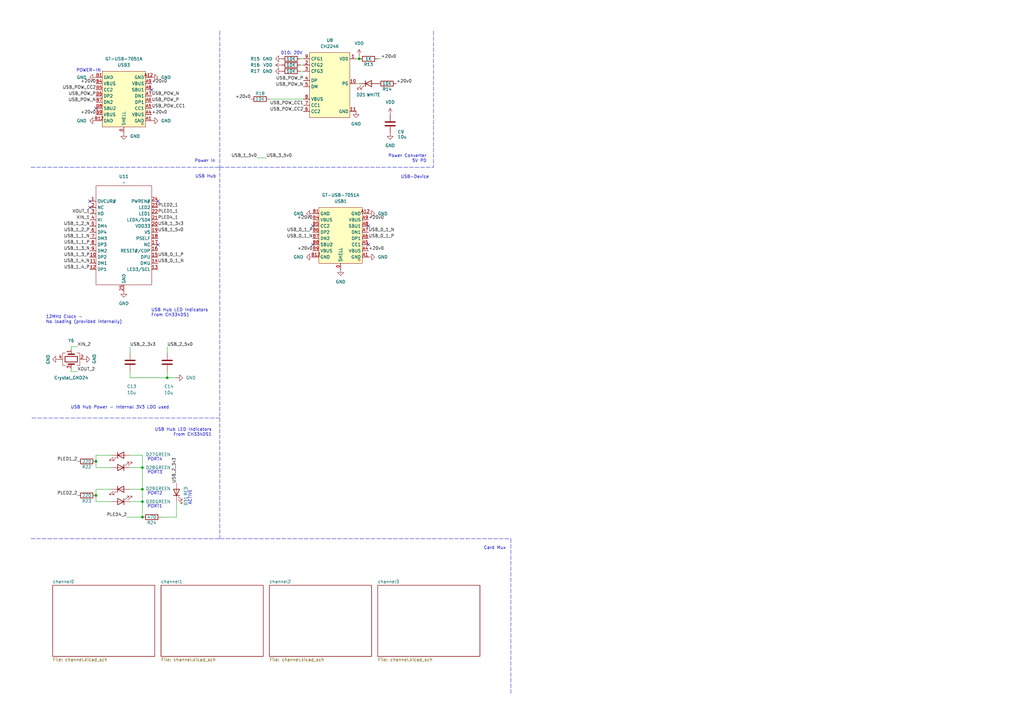
<source format=kicad_sch>
(kicad_sch
	(version 20250114)
	(generator "eeschema")
	(generator_version "9.0")
	(uuid "84bed50c-6cd3-4764-9aef-3c437b12440d")
	(paper "A3")
	(lib_symbols
		(symbol "Device:C"
			(pin_numbers
				(hide yes)
			)
			(pin_names
				(offset 0.254)
			)
			(exclude_from_sim no)
			(in_bom yes)
			(on_board yes)
			(property "Reference" "C"
				(at 0.635 2.54 0)
				(effects
					(font
						(size 1.27 1.27)
					)
					(justify left)
				)
			)
			(property "Value" "C"
				(at 0.635 -2.54 0)
				(effects
					(font
						(size 1.27 1.27)
					)
					(justify left)
				)
			)
			(property "Footprint" ""
				(at 0.9652 -3.81 0)
				(effects
					(font
						(size 1.27 1.27)
					)
					(hide yes)
				)
			)
			(property "Datasheet" "~"
				(at 0 0 0)
				(effects
					(font
						(size 1.27 1.27)
					)
					(hide yes)
				)
			)
			(property "Description" "Unpolarized capacitor"
				(at 0 0 0)
				(effects
					(font
						(size 1.27 1.27)
					)
					(hide yes)
				)
			)
			(property "ki_keywords" "cap capacitor"
				(at 0 0 0)
				(effects
					(font
						(size 1.27 1.27)
					)
					(hide yes)
				)
			)
			(property "ki_fp_filters" "C_*"
				(at 0 0 0)
				(effects
					(font
						(size 1.27 1.27)
					)
					(hide yes)
				)
			)
			(symbol "C_0_1"
				(polyline
					(pts
						(xy -2.032 0.762) (xy 2.032 0.762)
					)
					(stroke
						(width 0.508)
						(type default)
					)
					(fill
						(type none)
					)
				)
				(polyline
					(pts
						(xy -2.032 -0.762) (xy 2.032 -0.762)
					)
					(stroke
						(width 0.508)
						(type default)
					)
					(fill
						(type none)
					)
				)
			)
			(symbol "C_1_1"
				(pin passive line
					(at 0 3.81 270)
					(length 2.794)
					(name "~"
						(effects
							(font
								(size 1.27 1.27)
							)
						)
					)
					(number "1"
						(effects
							(font
								(size 1.27 1.27)
							)
						)
					)
				)
				(pin passive line
					(at 0 -3.81 90)
					(length 2.794)
					(name "~"
						(effects
							(font
								(size 1.27 1.27)
							)
						)
					)
					(number "2"
						(effects
							(font
								(size 1.27 1.27)
							)
						)
					)
				)
			)
			(embedded_fonts no)
		)
		(symbol "Device:Crystal_GND24"
			(pin_names
				(offset 1.016)
				(hide yes)
			)
			(exclude_from_sim no)
			(in_bom yes)
			(on_board yes)
			(property "Reference" "Y"
				(at 3.175 5.08 0)
				(effects
					(font
						(size 1.27 1.27)
					)
					(justify left)
				)
			)
			(property "Value" "Crystal_GND24"
				(at 3.175 3.175 0)
				(effects
					(font
						(size 1.27 1.27)
					)
					(justify left)
				)
			)
			(property "Footprint" ""
				(at 0 0 0)
				(effects
					(font
						(size 1.27 1.27)
					)
					(hide yes)
				)
			)
			(property "Datasheet" "~"
				(at 0 0 0)
				(effects
					(font
						(size 1.27 1.27)
					)
					(hide yes)
				)
			)
			(property "Description" "Four pin crystal, GND on pins 2 and 4"
				(at 0 0 0)
				(effects
					(font
						(size 1.27 1.27)
					)
					(hide yes)
				)
			)
			(property "ki_keywords" "quartz ceramic resonator oscillator"
				(at 0 0 0)
				(effects
					(font
						(size 1.27 1.27)
					)
					(hide yes)
				)
			)
			(property "ki_fp_filters" "Crystal*"
				(at 0 0 0)
				(effects
					(font
						(size 1.27 1.27)
					)
					(hide yes)
				)
			)
			(symbol "Crystal_GND24_0_1"
				(polyline
					(pts
						(xy -2.54 2.286) (xy -2.54 3.556) (xy 2.54 3.556) (xy 2.54 2.286)
					)
					(stroke
						(width 0)
						(type default)
					)
					(fill
						(type none)
					)
				)
				(polyline
					(pts
						(xy -2.54 0) (xy -2.032 0)
					)
					(stroke
						(width 0)
						(type default)
					)
					(fill
						(type none)
					)
				)
				(polyline
					(pts
						(xy -2.54 -2.286) (xy -2.54 -3.556) (xy 2.54 -3.556) (xy 2.54 -2.286)
					)
					(stroke
						(width 0)
						(type default)
					)
					(fill
						(type none)
					)
				)
				(polyline
					(pts
						(xy -2.032 -1.27) (xy -2.032 1.27)
					)
					(stroke
						(width 0.508)
						(type default)
					)
					(fill
						(type none)
					)
				)
				(rectangle
					(start -1.143 2.54)
					(end 1.143 -2.54)
					(stroke
						(width 0.3048)
						(type default)
					)
					(fill
						(type none)
					)
				)
				(polyline
					(pts
						(xy 0 3.556) (xy 0 3.81)
					)
					(stroke
						(width 0)
						(type default)
					)
					(fill
						(type none)
					)
				)
				(polyline
					(pts
						(xy 0 -3.81) (xy 0 -3.556)
					)
					(stroke
						(width 0)
						(type default)
					)
					(fill
						(type none)
					)
				)
				(polyline
					(pts
						(xy 2.032 0) (xy 2.54 0)
					)
					(stroke
						(width 0)
						(type default)
					)
					(fill
						(type none)
					)
				)
				(polyline
					(pts
						(xy 2.032 -1.27) (xy 2.032 1.27)
					)
					(stroke
						(width 0.508)
						(type default)
					)
					(fill
						(type none)
					)
				)
			)
			(symbol "Crystal_GND24_1_1"
				(pin passive line
					(at -3.81 0 0)
					(length 1.27)
					(name "1"
						(effects
							(font
								(size 1.27 1.27)
							)
						)
					)
					(number "1"
						(effects
							(font
								(size 1.27 1.27)
							)
						)
					)
				)
				(pin passive line
					(at 0 5.08 270)
					(length 1.27)
					(name "2"
						(effects
							(font
								(size 1.27 1.27)
							)
						)
					)
					(number "2"
						(effects
							(font
								(size 1.27 1.27)
							)
						)
					)
				)
				(pin passive line
					(at 0 -5.08 90)
					(length 1.27)
					(name "4"
						(effects
							(font
								(size 1.27 1.27)
							)
						)
					)
					(number "4"
						(effects
							(font
								(size 1.27 1.27)
							)
						)
					)
				)
				(pin passive line
					(at 3.81 0 180)
					(length 1.27)
					(name "3"
						(effects
							(font
								(size 1.27 1.27)
							)
						)
					)
					(number "3"
						(effects
							(font
								(size 1.27 1.27)
							)
						)
					)
				)
			)
			(embedded_fonts no)
		)
		(symbol "Device:LED"
			(pin_numbers
				(hide yes)
			)
			(pin_names
				(offset 1.016)
				(hide yes)
			)
			(exclude_from_sim no)
			(in_bom yes)
			(on_board yes)
			(property "Reference" "D"
				(at 0 2.54 0)
				(effects
					(font
						(size 1.27 1.27)
					)
				)
			)
			(property "Value" "LED"
				(at 0 -2.54 0)
				(effects
					(font
						(size 1.27 1.27)
					)
				)
			)
			(property "Footprint" ""
				(at 0 0 0)
				(effects
					(font
						(size 1.27 1.27)
					)
					(hide yes)
				)
			)
			(property "Datasheet" "~"
				(at 0 0 0)
				(effects
					(font
						(size 1.27 1.27)
					)
					(hide yes)
				)
			)
			(property "Description" "Light emitting diode"
				(at 0 0 0)
				(effects
					(font
						(size 1.27 1.27)
					)
					(hide yes)
				)
			)
			(property "ki_keywords" "LED diode"
				(at 0 0 0)
				(effects
					(font
						(size 1.27 1.27)
					)
					(hide yes)
				)
			)
			(property "ki_fp_filters" "LED* LED_SMD:* LED_THT:*"
				(at 0 0 0)
				(effects
					(font
						(size 1.27 1.27)
					)
					(hide yes)
				)
			)
			(symbol "LED_0_1"
				(polyline
					(pts
						(xy -3.048 -0.762) (xy -4.572 -2.286) (xy -3.81 -2.286) (xy -4.572 -2.286) (xy -4.572 -1.524)
					)
					(stroke
						(width 0)
						(type default)
					)
					(fill
						(type none)
					)
				)
				(polyline
					(pts
						(xy -1.778 -0.762) (xy -3.302 -2.286) (xy -2.54 -2.286) (xy -3.302 -2.286) (xy -3.302 -1.524)
					)
					(stroke
						(width 0)
						(type default)
					)
					(fill
						(type none)
					)
				)
				(polyline
					(pts
						(xy -1.27 0) (xy 1.27 0)
					)
					(stroke
						(width 0)
						(type default)
					)
					(fill
						(type none)
					)
				)
				(polyline
					(pts
						(xy -1.27 -1.27) (xy -1.27 1.27)
					)
					(stroke
						(width 0.254)
						(type default)
					)
					(fill
						(type none)
					)
				)
				(polyline
					(pts
						(xy 1.27 -1.27) (xy 1.27 1.27) (xy -1.27 0) (xy 1.27 -1.27)
					)
					(stroke
						(width 0.254)
						(type default)
					)
					(fill
						(type none)
					)
				)
			)
			(symbol "LED_1_1"
				(pin passive line
					(at -3.81 0 0)
					(length 2.54)
					(name "K"
						(effects
							(font
								(size 1.27 1.27)
							)
						)
					)
					(number "1"
						(effects
							(font
								(size 1.27 1.27)
							)
						)
					)
				)
				(pin passive line
					(at 3.81 0 180)
					(length 2.54)
					(name "A"
						(effects
							(font
								(size 1.27 1.27)
							)
						)
					)
					(number "2"
						(effects
							(font
								(size 1.27 1.27)
							)
						)
					)
				)
			)
			(embedded_fonts no)
		)
		(symbol "Device:R"
			(pin_numbers
				(hide yes)
			)
			(pin_names
				(offset 0)
			)
			(exclude_from_sim no)
			(in_bom yes)
			(on_board yes)
			(property "Reference" "R"
				(at 2.032 0 90)
				(effects
					(font
						(size 1.27 1.27)
					)
				)
			)
			(property "Value" "R"
				(at 0 0 90)
				(effects
					(font
						(size 1.27 1.27)
					)
				)
			)
			(property "Footprint" ""
				(at -1.778 0 90)
				(effects
					(font
						(size 1.27 1.27)
					)
					(hide yes)
				)
			)
			(property "Datasheet" "~"
				(at 0 0 0)
				(effects
					(font
						(size 1.27 1.27)
					)
					(hide yes)
				)
			)
			(property "Description" "Resistor"
				(at 0 0 0)
				(effects
					(font
						(size 1.27 1.27)
					)
					(hide yes)
				)
			)
			(property "ki_keywords" "R res resistor"
				(at 0 0 0)
				(effects
					(font
						(size 1.27 1.27)
					)
					(hide yes)
				)
			)
			(property "ki_fp_filters" "R_*"
				(at 0 0 0)
				(effects
					(font
						(size 1.27 1.27)
					)
					(hide yes)
				)
			)
			(symbol "R_0_1"
				(rectangle
					(start -1.016 -2.54)
					(end 1.016 2.54)
					(stroke
						(width 0.254)
						(type default)
					)
					(fill
						(type none)
					)
				)
			)
			(symbol "R_1_1"
				(pin passive line
					(at 0 3.81 270)
					(length 1.27)
					(name "~"
						(effects
							(font
								(size 1.27 1.27)
							)
						)
					)
					(number "1"
						(effects
							(font
								(size 1.27 1.27)
							)
						)
					)
				)
				(pin passive line
					(at 0 -3.81 90)
					(length 1.27)
					(name "~"
						(effects
							(font
								(size 1.27 1.27)
							)
						)
					)
					(number "2"
						(effects
							(font
								(size 1.27 1.27)
							)
						)
					)
				)
			)
			(embedded_fonts no)
		)
		(symbol "easyeda2kicad:CH224K"
			(exclude_from_sim no)
			(in_bom yes)
			(on_board yes)
			(property "Reference" "U"
				(at 0 15.24 0)
				(effects
					(font
						(size 1.27 1.27)
					)
				)
			)
			(property "Value" "CH224K"
				(at 0 -16.51 0)
				(effects
					(font
						(size 1.27 1.27)
					)
				)
			)
			(property "Footprint" "easyeda2kicad:ESSOP-10_L4.9-W3.9-P1.0-LS6.0-TL-EP"
				(at 0 -19.05 0)
				(effects
					(font
						(size 1.27 1.27)
					)
					(hide yes)
				)
			)
			(property "Datasheet" ""
				(at 0 0 0)
				(effects
					(font
						(size 1.27 1.27)
					)
					(hide yes)
				)
			)
			(property "Description" ""
				(at 0 0 0)
				(effects
					(font
						(size 1.27 1.27)
					)
					(hide yes)
				)
			)
			(property "LCSC Part" "C970725"
				(at 0 -21.59 0)
				(effects
					(font
						(size 1.27 1.27)
					)
					(hide yes)
				)
			)
			(symbol "CH224K_0_1"
				(rectangle
					(start -8.89 12.7)
					(end 7.62 -13.97)
					(stroke
						(width 0)
						(type default)
					)
					(fill
						(type background)
					)
				)
				(pin unspecified line
					(at -11.43 10.16 0)
					(length 2.54)
					(name "CFG1"
						(effects
							(font
								(size 1.27 1.27)
							)
						)
					)
					(number "9"
						(effects
							(font
								(size 1.27 1.27)
							)
						)
					)
				)
				(pin unspecified line
					(at -11.43 7.62 0)
					(length 2.54)
					(name "CFG2"
						(effects
							(font
								(size 1.27 1.27)
							)
						)
					)
					(number "2"
						(effects
							(font
								(size 1.27 1.27)
							)
						)
					)
				)
				(pin unspecified line
					(at -11.43 5.08 0)
					(length 2.54)
					(name "CFG3"
						(effects
							(font
								(size 1.27 1.27)
							)
						)
					)
					(number "3"
						(effects
							(font
								(size 1.27 1.27)
							)
						)
					)
				)
				(pin unspecified line
					(at -11.43 1.27 0)
					(length 2.54)
					(name "DP"
						(effects
							(font
								(size 1.27 1.27)
							)
						)
					)
					(number "4"
						(effects
							(font
								(size 1.27 1.27)
							)
						)
					)
				)
				(pin unspecified line
					(at -11.43 -1.27 0)
					(length 2.54)
					(name "DM"
						(effects
							(font
								(size 1.27 1.27)
							)
						)
					)
					(number "5"
						(effects
							(font
								(size 1.27 1.27)
							)
						)
					)
				)
				(pin unspecified line
					(at -11.43 -6.35 0)
					(length 2.54)
					(name "VBUS"
						(effects
							(font
								(size 1.27 1.27)
							)
						)
					)
					(number "8"
						(effects
							(font
								(size 1.27 1.27)
							)
						)
					)
				)
				(pin unspecified line
					(at -11.43 -8.89 0)
					(length 2.54)
					(name "CC1"
						(effects
							(font
								(size 1.27 1.27)
							)
						)
					)
					(number "7"
						(effects
							(font
								(size 1.27 1.27)
							)
						)
					)
				)
				(pin unspecified line
					(at -11.43 -11.43 0)
					(length 2.54)
					(name "CC2"
						(effects
							(font
								(size 1.27 1.27)
							)
						)
					)
					(number "6"
						(effects
							(font
								(size 1.27 1.27)
							)
						)
					)
				)
				(pin unspecified line
					(at 10.16 10.16 180)
					(length 2.54)
					(name "VDD"
						(effects
							(font
								(size 1.27 1.27)
							)
						)
					)
					(number "1"
						(effects
							(font
								(size 1.27 1.27)
							)
						)
					)
				)
				(pin unspecified line
					(at 10.16 0 180)
					(length 2.54)
					(name "PG"
						(effects
							(font
								(size 1.27 1.27)
							)
						)
					)
					(number "10"
						(effects
							(font
								(size 1.27 1.27)
							)
						)
					)
				)
				(pin unspecified line
					(at 10.16 -11.43 180)
					(length 2.54)
					(name "GND"
						(effects
							(font
								(size 1.27 1.27)
							)
						)
					)
					(number "11"
						(effects
							(font
								(size 1.27 1.27)
							)
						)
					)
				)
			)
			(embedded_fonts no)
		)
		(symbol "easyeda2kicad:GT-USB-7051A"
			(exclude_from_sim no)
			(in_bom yes)
			(on_board yes)
			(property "Reference" "USB"
				(at 0 19.05 0)
				(effects
					(font
						(size 1.27 1.27)
					)
				)
			)
			(property "Value" "GT-USB-7051A"
				(at 0 -13.97 0)
				(effects
					(font
						(size 1.27 1.27)
					)
				)
			)
			(property "Footprint" "easyeda2kicad:USB-C-SMD_GT-USB-7051A"
				(at 0 -16.51 0)
				(effects
					(font
						(size 1.27 1.27)
					)
					(hide yes)
				)
			)
			(property "Datasheet" ""
				(at 0 0 0)
				(effects
					(font
						(size 1.27 1.27)
					)
					(hide yes)
				)
			)
			(property "Description" ""
				(at 0 0 0)
				(effects
					(font
						(size 1.27 1.27)
					)
					(hide yes)
				)
			)
			(property "LCSC Part" "C2843970"
				(at 0 -19.05 0)
				(effects
					(font
						(size 1.27 1.27)
					)
					(hide yes)
				)
			)
			(symbol "GT-USB-7051A_0_1"
				(rectangle
					(start -8.89 11.43)
					(end 8.89 -11.43)
					(stroke
						(width 0)
						(type default)
					)
					(fill
						(type background)
					)
				)
				(circle
					(center -7.62 10.16)
					(radius 0.38)
					(stroke
						(width 0)
						(type default)
					)
					(fill
						(type none)
					)
				)
				(pin unspecified line
					(at -11.43 8.89 0)
					(length 2.54)
					(name "GND"
						(effects
							(font
								(size 1.27 1.27)
							)
						)
					)
					(number "A1"
						(effects
							(font
								(size 1.27 1.27)
							)
						)
					)
				)
				(pin unspecified line
					(at -11.43 6.35 0)
					(length 2.54)
					(name "VBUS"
						(effects
							(font
								(size 1.27 1.27)
							)
						)
					)
					(number "A4"
						(effects
							(font
								(size 1.27 1.27)
							)
						)
					)
				)
				(pin unspecified line
					(at -11.43 3.81 0)
					(length 2.54)
					(name "CC1"
						(effects
							(font
								(size 1.27 1.27)
							)
						)
					)
					(number "A5"
						(effects
							(font
								(size 1.27 1.27)
							)
						)
					)
				)
				(pin unspecified line
					(at -11.43 1.27 0)
					(length 2.54)
					(name "DP1"
						(effects
							(font
								(size 1.27 1.27)
							)
						)
					)
					(number "A6"
						(effects
							(font
								(size 1.27 1.27)
							)
						)
					)
				)
				(pin unspecified line
					(at -11.43 -1.27 0)
					(length 2.54)
					(name "DN1"
						(effects
							(font
								(size 1.27 1.27)
							)
						)
					)
					(number "A7"
						(effects
							(font
								(size 1.27 1.27)
							)
						)
					)
				)
				(pin unspecified line
					(at -11.43 -3.81 0)
					(length 2.54)
					(name "SBU1"
						(effects
							(font
								(size 1.27 1.27)
							)
						)
					)
					(number "A8"
						(effects
							(font
								(size 1.27 1.27)
							)
						)
					)
				)
				(pin unspecified line
					(at -11.43 -6.35 0)
					(length 2.54)
					(name "VBUS"
						(effects
							(font
								(size 1.27 1.27)
							)
						)
					)
					(number "A9"
						(effects
							(font
								(size 1.27 1.27)
							)
						)
					)
				)
				(pin unspecified line
					(at -11.43 -8.89 0)
					(length 2.54)
					(name "GND"
						(effects
							(font
								(size 1.27 1.27)
							)
						)
					)
					(number "A12"
						(effects
							(font
								(size 1.27 1.27)
							)
						)
					)
				)
				(pin unspecified line
					(at 0 13.97 270)
					(length 2.54)
					(name "SHELL"
						(effects
							(font
								(size 1.27 1.27)
							)
						)
					)
					(number "0"
						(effects
							(font
								(size 1.27 1.27)
							)
						)
					)
				)
				(pin unspecified line
					(at 11.43 8.89 180)
					(length 2.54)
					(name "GND"
						(effects
							(font
								(size 1.27 1.27)
							)
						)
					)
					(number "B12"
						(effects
							(font
								(size 1.27 1.27)
							)
						)
					)
				)
				(pin unspecified line
					(at 11.43 6.35 180)
					(length 2.54)
					(name "VBUS"
						(effects
							(font
								(size 1.27 1.27)
							)
						)
					)
					(number "B9"
						(effects
							(font
								(size 1.27 1.27)
							)
						)
					)
				)
				(pin unspecified line
					(at 11.43 3.81 180)
					(length 2.54)
					(name "SBU2"
						(effects
							(font
								(size 1.27 1.27)
							)
						)
					)
					(number "B8"
						(effects
							(font
								(size 1.27 1.27)
							)
						)
					)
				)
				(pin unspecified line
					(at 11.43 1.27 180)
					(length 2.54)
					(name "DN2"
						(effects
							(font
								(size 1.27 1.27)
							)
						)
					)
					(number "B7"
						(effects
							(font
								(size 1.27 1.27)
							)
						)
					)
				)
				(pin unspecified line
					(at 11.43 -1.27 180)
					(length 2.54)
					(name "DP2"
						(effects
							(font
								(size 1.27 1.27)
							)
						)
					)
					(number "B6"
						(effects
							(font
								(size 1.27 1.27)
							)
						)
					)
				)
				(pin unspecified line
					(at 11.43 -3.81 180)
					(length 2.54)
					(name "CC2"
						(effects
							(font
								(size 1.27 1.27)
							)
						)
					)
					(number "B5"
						(effects
							(font
								(size 1.27 1.27)
							)
						)
					)
				)
				(pin unspecified line
					(at 11.43 -6.35 180)
					(length 2.54)
					(name "VBUS"
						(effects
							(font
								(size 1.27 1.27)
							)
						)
					)
					(number "B4"
						(effects
							(font
								(size 1.27 1.27)
							)
						)
					)
				)
				(pin unspecified line
					(at 11.43 -8.89 180)
					(length 2.54)
					(name "GND"
						(effects
							(font
								(size 1.27 1.27)
							)
						)
					)
					(number "B1"
						(effects
							(font
								(size 1.27 1.27)
							)
						)
					)
				)
			)
			(embedded_fonts no)
		)
		(symbol "hive:CH334F"
			(exclude_from_sim no)
			(in_bom yes)
			(on_board yes)
			(property "Reference" "U"
				(at 0 0 0)
				(effects
					(font
						(size 1.27 1.27)
					)
				)
			)
			(property "Value" ""
				(at 0 0 0)
				(effects
					(font
						(size 1.27 1.27)
					)
				)
			)
			(property "Footprint" "Package_DFN_QFN:QFN-24-1EP_4x4mm_P0.5mm_EP2.7x2.7mm_ThermalVias"
				(at 0 0 0)
				(effects
					(font
						(size 1.27 1.27)
					)
					(hide yes)
				)
			)
			(property "Datasheet" ""
				(at 0 0 0)
				(effects
					(font
						(size 1.27 1.27)
					)
					(hide yes)
				)
			)
			(property "Description" ""
				(at 0 0 0)
				(effects
					(font
						(size 1.27 1.27)
					)
					(hide yes)
				)
			)
			(symbol "CH334F_0_1"
				(rectangle
					(start -11.43 20.32)
					(end 11.43 -20.32)
					(stroke
						(width 0)
						(type default)
					)
					(fill
						(type none)
					)
				)
			)
			(symbol "CH334F_1_1"
				(pin input line
					(at -13.97 13.97 0)
					(length 2.54)
					(name "OVCUR#"
						(effects
							(font
								(size 1.27 1.27)
							)
						)
					)
					(number "1"
						(effects
							(font
								(size 1.27 1.27)
							)
						)
					)
				)
				(pin input line
					(at -13.97 11.43 0)
					(length 2.54)
					(name "NC"
						(effects
							(font
								(size 1.27 1.27)
							)
						)
					)
					(number "2"
						(effects
							(font
								(size 1.27 1.27)
							)
						)
					)
				)
				(pin input line
					(at -13.97 8.89 0)
					(length 2.54)
					(name "XO"
						(effects
							(font
								(size 1.27 1.27)
							)
						)
					)
					(number "3"
						(effects
							(font
								(size 1.27 1.27)
							)
						)
					)
				)
				(pin input line
					(at -13.97 6.35 0)
					(length 2.54)
					(name "XI"
						(effects
							(font
								(size 1.27 1.27)
							)
						)
					)
					(number "4"
						(effects
							(font
								(size 1.27 1.27)
							)
						)
					)
				)
				(pin input line
					(at -13.97 3.81 0)
					(length 2.54)
					(name "DM4"
						(effects
							(font
								(size 1.27 1.27)
							)
						)
					)
					(number "5"
						(effects
							(font
								(size 1.27 1.27)
							)
						)
					)
				)
				(pin input line
					(at -13.97 1.27 0)
					(length 2.54)
					(name "DP4"
						(effects
							(font
								(size 1.27 1.27)
							)
						)
					)
					(number "6"
						(effects
							(font
								(size 1.27 1.27)
							)
						)
					)
				)
				(pin input line
					(at -13.97 -1.27 0)
					(length 2.54)
					(name "DM3"
						(effects
							(font
								(size 1.27 1.27)
							)
						)
					)
					(number "7"
						(effects
							(font
								(size 1.27 1.27)
							)
						)
					)
				)
				(pin input line
					(at -13.97 -3.81 0)
					(length 2.54)
					(name "DP3"
						(effects
							(font
								(size 1.27 1.27)
							)
						)
					)
					(number "8"
						(effects
							(font
								(size 1.27 1.27)
							)
						)
					)
				)
				(pin input line
					(at -13.97 -6.35 0)
					(length 2.54)
					(name "DM2"
						(effects
							(font
								(size 1.27 1.27)
							)
						)
					)
					(number "9"
						(effects
							(font
								(size 1.27 1.27)
							)
						)
					)
				)
				(pin input line
					(at -13.97 -8.89 0)
					(length 2.54)
					(name "DP2"
						(effects
							(font
								(size 1.27 1.27)
							)
						)
					)
					(number "10"
						(effects
							(font
								(size 1.27 1.27)
							)
						)
					)
				)
				(pin input line
					(at -13.97 -11.43 0)
					(length 2.54)
					(name "DM1"
						(effects
							(font
								(size 1.27 1.27)
							)
						)
					)
					(number "11"
						(effects
							(font
								(size 1.27 1.27)
							)
						)
					)
				)
				(pin input line
					(at -13.97 -13.97 0)
					(length 2.54)
					(name "DP1"
						(effects
							(font
								(size 1.27 1.27)
							)
						)
					)
					(number "12"
						(effects
							(font
								(size 1.27 1.27)
							)
						)
					)
				)
				(pin input line
					(at 0 -22.86 90)
					(length 2.54)
					(name "GND"
						(effects
							(font
								(size 1.27 1.27)
							)
						)
					)
					(number "25"
						(effects
							(font
								(size 1.27 1.27)
							)
						)
					)
				)
				(pin input line
					(at 13.97 13.97 180)
					(length 2.54)
					(name "PWREN#"
						(effects
							(font
								(size 1.27 1.27)
							)
						)
					)
					(number "24"
						(effects
							(font
								(size 1.27 1.27)
							)
						)
					)
				)
				(pin input line
					(at 13.97 11.43 180)
					(length 2.54)
					(name "LED2"
						(effects
							(font
								(size 1.27 1.27)
							)
						)
					)
					(number "23"
						(effects
							(font
								(size 1.27 1.27)
							)
						)
					)
				)
				(pin input line
					(at 13.97 8.89 180)
					(length 2.54)
					(name "LED1"
						(effects
							(font
								(size 1.27 1.27)
							)
						)
					)
					(number "22"
						(effects
							(font
								(size 1.27 1.27)
							)
						)
					)
				)
				(pin input line
					(at 13.97 6.35 180)
					(length 2.54)
					(name "LED4/SDA"
						(effects
							(font
								(size 1.27 1.27)
							)
						)
					)
					(number "21"
						(effects
							(font
								(size 1.27 1.27)
							)
						)
					)
				)
				(pin input line
					(at 13.97 3.81 180)
					(length 2.54)
					(name "VDD33"
						(effects
							(font
								(size 1.27 1.27)
							)
						)
					)
					(number "20"
						(effects
							(font
								(size 1.27 1.27)
							)
						)
					)
				)
				(pin input line
					(at 13.97 1.27 180)
					(length 2.54)
					(name "V5"
						(effects
							(font
								(size 1.27 1.27)
							)
						)
					)
					(number "19"
						(effects
							(font
								(size 1.27 1.27)
							)
						)
					)
				)
				(pin input line
					(at 13.97 -1.27 180)
					(length 2.54)
					(name "PSELF"
						(effects
							(font
								(size 1.27 1.27)
							)
						)
					)
					(number "18"
						(effects
							(font
								(size 1.27 1.27)
							)
						)
					)
				)
				(pin input line
					(at 13.97 -3.81 180)
					(length 2.54)
					(name "NC"
						(effects
							(font
								(size 1.27 1.27)
							)
						)
					)
					(number "17"
						(effects
							(font
								(size 1.27 1.27)
							)
						)
					)
				)
				(pin input line
					(at 13.97 -6.35 180)
					(length 2.54)
					(name "RESET#/CDP"
						(effects
							(font
								(size 1.27 1.27)
							)
						)
					)
					(number "16"
						(effects
							(font
								(size 1.27 1.27)
							)
						)
					)
				)
				(pin input line
					(at 13.97 -8.89 180)
					(length 2.54)
					(name "DPU"
						(effects
							(font
								(size 1.27 1.27)
							)
						)
					)
					(number "15"
						(effects
							(font
								(size 1.27 1.27)
							)
						)
					)
				)
				(pin input line
					(at 13.97 -11.43 180)
					(length 2.54)
					(name "DMU"
						(effects
							(font
								(size 1.27 1.27)
							)
						)
					)
					(number "14"
						(effects
							(font
								(size 1.27 1.27)
							)
						)
					)
				)
				(pin input line
					(at 13.97 -13.97 180)
					(length 2.54)
					(name "LED3/SCL"
						(effects
							(font
								(size 1.27 1.27)
							)
						)
					)
					(number "13"
						(effects
							(font
								(size 1.27 1.27)
							)
						)
					)
				)
			)
			(embedded_fonts no)
		)
		(symbol "power:GND"
			(power)
			(pin_numbers
				(hide yes)
			)
			(pin_names
				(offset 0)
				(hide yes)
			)
			(exclude_from_sim no)
			(in_bom yes)
			(on_board yes)
			(property "Reference" "#PWR"
				(at 0 -6.35 0)
				(effects
					(font
						(size 1.27 1.27)
					)
					(hide yes)
				)
			)
			(property "Value" "GND"
				(at 0 -3.81 0)
				(effects
					(font
						(size 1.27 1.27)
					)
				)
			)
			(property "Footprint" ""
				(at 0 0 0)
				(effects
					(font
						(size 1.27 1.27)
					)
					(hide yes)
				)
			)
			(property "Datasheet" ""
				(at 0 0 0)
				(effects
					(font
						(size 1.27 1.27)
					)
					(hide yes)
				)
			)
			(property "Description" "Power symbol creates a global label with name \"GND\" , ground"
				(at 0 0 0)
				(effects
					(font
						(size 1.27 1.27)
					)
					(hide yes)
				)
			)
			(property "ki_keywords" "global power"
				(at 0 0 0)
				(effects
					(font
						(size 1.27 1.27)
					)
					(hide yes)
				)
			)
			(symbol "GND_0_1"
				(polyline
					(pts
						(xy 0 0) (xy 0 -1.27) (xy 1.27 -1.27) (xy 0 -2.54) (xy -1.27 -1.27) (xy 0 -1.27)
					)
					(stroke
						(width 0)
						(type default)
					)
					(fill
						(type none)
					)
				)
			)
			(symbol "GND_1_1"
				(pin power_in line
					(at 0 0 270)
					(length 0)
					(name "~"
						(effects
							(font
								(size 1.27 1.27)
							)
						)
					)
					(number "1"
						(effects
							(font
								(size 1.27 1.27)
							)
						)
					)
				)
			)
			(embedded_fonts no)
		)
		(symbol "power:VDD"
			(power)
			(pin_numbers
				(hide yes)
			)
			(pin_names
				(offset 0)
				(hide yes)
			)
			(exclude_from_sim no)
			(in_bom yes)
			(on_board yes)
			(property "Reference" "#PWR"
				(at 0 -3.81 0)
				(effects
					(font
						(size 1.27 1.27)
					)
					(hide yes)
				)
			)
			(property "Value" "VDD"
				(at 0 3.556 0)
				(effects
					(font
						(size 1.27 1.27)
					)
				)
			)
			(property "Footprint" ""
				(at 0 0 0)
				(effects
					(font
						(size 1.27 1.27)
					)
					(hide yes)
				)
			)
			(property "Datasheet" ""
				(at 0 0 0)
				(effects
					(font
						(size 1.27 1.27)
					)
					(hide yes)
				)
			)
			(property "Description" "Power symbol creates a global label with name \"VDD\""
				(at 0 0 0)
				(effects
					(font
						(size 1.27 1.27)
					)
					(hide yes)
				)
			)
			(property "ki_keywords" "global power"
				(at 0 0 0)
				(effects
					(font
						(size 1.27 1.27)
					)
					(hide yes)
				)
			)
			(symbol "VDD_0_1"
				(polyline
					(pts
						(xy -0.762 1.27) (xy 0 2.54)
					)
					(stroke
						(width 0)
						(type default)
					)
					(fill
						(type none)
					)
				)
				(polyline
					(pts
						(xy 0 2.54) (xy 0.762 1.27)
					)
					(stroke
						(width 0)
						(type default)
					)
					(fill
						(type none)
					)
				)
				(polyline
					(pts
						(xy 0 0) (xy 0 2.54)
					)
					(stroke
						(width 0)
						(type default)
					)
					(fill
						(type none)
					)
				)
			)
			(symbol "VDD_1_1"
				(pin power_in line
					(at 0 0 90)
					(length 0)
					(name "~"
						(effects
							(font
								(size 1.27 1.27)
							)
						)
					)
					(number "1"
						(effects
							(font
								(size 1.27 1.27)
							)
						)
					)
				)
			)
			(embedded_fonts no)
		)
	)
	(text "Power Converter\n5V PD"
		(exclude_from_sim no)
		(at 175.006 65.024 0)
		(effects
			(font
				(size 1.27 1.27)
			)
			(justify right)
		)
		(uuid "088a1ab5-875b-46e2-86e2-93bd3205e0e5")
	)
	(text "Power In"
		(exclude_from_sim no)
		(at 84.074 66.04 0)
		(effects
			(font
				(size 1.27 1.27)
			)
		)
		(uuid "1387880a-e97d-41c2-8d55-f59002f8427d")
	)
	(text "PORT1"
		(exclude_from_sim no)
		(at 63.5 207.772 0)
		(effects
			(font
				(size 1.27 1.27)
			)
		)
		(uuid "1623d6f2-f6db-416a-bf08-32384b00d95b")
	)
	(text "POWER-IN"
		(exclude_from_sim no)
		(at 36.322 28.956 0)
		(effects
			(font
				(size 1.27 1.27)
			)
		)
		(uuid "2a509cf8-e322-41f2-aac7-555d8e0c1f1c")
	)
	(text "12MHz Clock -\nNo loading (provided internally)"
		(exclude_from_sim no)
		(at 18.796 131.064 0)
		(effects
			(font
				(size 1.27 1.27)
			)
			(justify left)
		)
		(uuid "3523bf1d-3cb2-4cce-b431-474dc188392c")
	)
	(text "USB Hub"
		(exclude_from_sim no)
		(at 84.328 72.39 0)
		(effects
			(font
				(size 1.27 1.27)
			)
		)
		(uuid "41c8c0d1-6aa0-401d-a5b4-4f7386ef7497")
	)
	(text "USB Hub LED Indicators\nFrom CH334DS1"
		(exclude_from_sim no)
		(at 86.868 177.292 0)
		(effects
			(font
				(size 1.27 1.27)
			)
			(justify right)
		)
		(uuid "4cd1870c-801b-4e1e-8e56-293d2dda418f")
	)
	(text "USB Hub Power - Internal 3V3 LDO used"
		(exclude_from_sim no)
		(at 28.956 167.132 0)
		(effects
			(font
				(size 1.27 1.27)
			)
			(justify left)
		)
		(uuid "56f284e5-3657-4f26-8d61-bbc2104d1baa")
	)
	(text "USB Hub LED Indicators\nFrom CH334DS1"
		(exclude_from_sim no)
		(at 61.976 128.27 0)
		(effects
			(font
				(size 1.27 1.27)
			)
			(justify left)
		)
		(uuid "6d19855f-8a8f-4433-9cb1-d741cb1d300e")
	)
	(text "Card Mux"
		(exclude_from_sim no)
		(at 202.946 224.79 0)
		(effects
			(font
				(size 1.27 1.27)
			)
		)
		(uuid "7cfb28a6-f7b4-437d-8c35-a51fd8ffe78d")
	)
	(text "PORT2"
		(exclude_from_sim no)
		(at 63.5 202.438 0)
		(effects
			(font
				(size 1.27 1.27)
			)
		)
		(uuid "7d837d94-4293-40a7-8211-715f1466be07")
	)
	(text "PORT4"
		(exclude_from_sim no)
		(at 63.5 188.468 0)
		(effects
			(font
				(size 1.27 1.27)
			)
		)
		(uuid "7eb329b2-7a35-4550-ad04-cb4d18c87899")
	)
	(text "010: 20V"
		(exclude_from_sim no)
		(at 119.634 21.844 0)
		(effects
			(font
				(size 1.27 1.27)
			)
		)
		(uuid "a3cd068d-ecb7-48ec-9c7e-471088b3ddc1")
	)
	(text "USB-Device"
		(exclude_from_sim no)
		(at 170.18 72.644 0)
		(effects
			(font
				(size 1.27 1.27)
			)
		)
		(uuid "ab1a78b4-23af-4d98-8ae7-853cf2b38af7")
	)
	(text "ACTIVE"
		(exclude_from_sim no)
		(at 77.978 203.962 90)
		(effects
			(font
				(size 1.27 1.27)
			)
		)
		(uuid "ca4b13ce-92b8-408c-bb2b-b240b98f1894")
	)
	(text "PORT3"
		(exclude_from_sim no)
		(at 63.5 193.802 0)
		(effects
			(font
				(size 1.27 1.27)
			)
		)
		(uuid "e66fc655-3be4-499b-96a7-93ec0ea0e7db")
	)
	(junction
		(at 68.58 154.94)
		(diameter 0)
		(color 0 0 0 0)
		(uuid "3034ad00-4824-40ed-8732-bdc14e48db77")
	)
	(junction
		(at 39.37 203.2)
		(diameter 0)
		(color 0 0 0 0)
		(uuid "379c3313-4c47-4bd7-8160-3b3377993fd2")
	)
	(junction
		(at 147.32 24.13)
		(diameter 0)
		(color 0 0 0 0)
		(uuid "3f89b741-8d38-454f-ba37-16b496b5a53c")
	)
	(junction
		(at 58.42 191.77)
		(diameter 0)
		(color 0 0 0 0)
		(uuid "42a36843-7001-4e58-adea-9ffa66215628")
	)
	(junction
		(at 58.42 212.09)
		(diameter 0)
		(color 0 0 0 0)
		(uuid "8d7b659d-9051-44de-a04b-ea7af1b686ad")
	)
	(junction
		(at 58.42 200.66)
		(diameter 0)
		(color 0 0 0 0)
		(uuid "a57a3888-dd4f-4494-848e-07dc19952040")
	)
	(junction
		(at 39.37 189.23)
		(diameter 0)
		(color 0 0 0 0)
		(uuid "bbaae669-9fff-4abd-9d93-f2a581fd8a22")
	)
	(junction
		(at 58.42 205.74)
		(diameter 0)
		(color 0 0 0 0)
		(uuid "c7aa872f-e6ca-4930-9ebe-6a483ba4da5c")
	)
	(no_connect
		(at 151.13 92.71)
		(uuid "1aa37c5d-83ba-4c37-b333-44e5a02357fc")
	)
	(no_connect
		(at 36.83 82.55)
		(uuid "1b19ddfb-9df2-4e52-95b2-34a37addc382")
	)
	(no_connect
		(at 151.13 100.33)
		(uuid "3631acb9-09a2-4d8c-bce9-a6a610549d8e")
	)
	(no_connect
		(at 128.27 92.71)
		(uuid "7e439658-a9b8-4204-80fd-1661d3b8cc6c")
	)
	(no_connect
		(at 64.77 82.55)
		(uuid "7ec8f9ea-bd53-4388-8429-c48bf6735212")
	)
	(no_connect
		(at 62.23 36.83)
		(uuid "99af7e16-c6b5-4579-94f2-caf25538e13f")
	)
	(no_connect
		(at 39.37 44.45)
		(uuid "9c51ac5b-dc60-44fe-8c31-f042298fd4ec")
	)
	(no_connect
		(at 64.77 100.33)
		(uuid "a0ca09ac-5301-4ea3-9ad1-b2fb1fcb1322")
	)
	(no_connect
		(at 36.83 85.09)
		(uuid "a77e244c-4d97-4770-88ae-aef22be9b9f0")
	)
	(no_connect
		(at 128.27 100.33)
		(uuid "e87e9218-6449-4a62-82db-1f1d717a0438")
	)
	(wire
		(pts
			(xy 58.42 200.66) (xy 58.42 205.74)
		)
		(stroke
			(width 0)
			(type default)
		)
		(uuid "01ebc1f8-88d4-4797-b242-53f85279179c")
	)
	(polyline
		(pts
			(xy 90.17 12.7) (xy 90.17 68.58)
		)
		(stroke
			(width 0)
			(type dash)
		)
		(uuid "032619a8-9a9b-4e94-aa7f-f8f96909aa54")
	)
	(wire
		(pts
			(xy 72.39 205.74) (xy 72.39 212.09)
		)
		(stroke
			(width 0)
			(type default)
		)
		(uuid "0f54c5ab-153b-498b-aac3-7f479f82ce22")
	)
	(wire
		(pts
			(xy 29.21 142.24) (xy 31.75 142.24)
		)
		(stroke
			(width 0)
			(type default)
		)
		(uuid "17de27ad-54ee-4327-9fbd-db07f2fac9bf")
	)
	(wire
		(pts
			(xy 68.58 152.4) (xy 68.58 154.94)
		)
		(stroke
			(width 0)
			(type default)
		)
		(uuid "2b8da61c-b9de-4649-9792-4e664b18ed08")
	)
	(polyline
		(pts
			(xy 12.7 220.98) (xy 209.55 220.98)
		)
		(stroke
			(width 0)
			(type dash)
		)
		(uuid "2e41c833-84a4-475c-8a13-99586dc01742")
	)
	(wire
		(pts
			(xy 29.21 142.24) (xy 29.21 143.51)
		)
		(stroke
			(width 0)
			(type default)
		)
		(uuid "332f8ebe-2a85-4cf8-b1e7-b773aaf3030c")
	)
	(wire
		(pts
			(xy 29.21 152.4) (xy 31.75 152.4)
		)
		(stroke
			(width 0)
			(type default)
		)
		(uuid "3d9db715-df51-46ae-912b-46e7fbc80b8b")
	)
	(wire
		(pts
			(xy 58.42 205.74) (xy 58.42 212.09)
		)
		(stroke
			(width 0)
			(type default)
		)
		(uuid "3ec7abb8-7684-4cb8-9796-1cd82356aefe")
	)
	(wire
		(pts
			(xy 39.37 191.77) (xy 39.37 189.23)
		)
		(stroke
			(width 0)
			(type default)
		)
		(uuid "40f2df85-c300-4fa0-95a0-fda8c7be2949")
	)
	(wire
		(pts
			(xy 105.41 64.77) (xy 109.22 64.77)
		)
		(stroke
			(width 0)
			(type default)
		)
		(uuid "48903842-3a91-40ea-9613-2aad2ce5b973")
	)
	(wire
		(pts
			(xy 53.34 154.94) (xy 68.58 154.94)
		)
		(stroke
			(width 0)
			(type default)
		)
		(uuid "493b2c7f-9a90-40cc-936e-2f26b8381009")
	)
	(wire
		(pts
			(xy 39.37 200.66) (xy 39.37 203.2)
		)
		(stroke
			(width 0)
			(type default)
		)
		(uuid "58e1be04-e2f2-4ace-9f0a-4053eeb4efad")
	)
	(wire
		(pts
			(xy 146.05 24.13) (xy 147.32 24.13)
		)
		(stroke
			(width 0)
			(type default)
		)
		(uuid "5ce33e2f-1283-429d-b4a0-9c253d0ab53b")
	)
	(polyline
		(pts
			(xy 12.7 68.58) (xy 90.17 68.58)
		)
		(stroke
			(width 0)
			(type dash)
		)
		(uuid "662cd091-272c-4f18-97a3-9b6def4f84a6")
	)
	(wire
		(pts
			(xy 45.72 200.66) (xy 39.37 200.66)
		)
		(stroke
			(width 0)
			(type default)
		)
		(uuid "664f277f-0308-4dbb-8e5a-bd8a9a9d8d6e")
	)
	(wire
		(pts
			(xy 68.58 142.24) (xy 68.58 144.78)
		)
		(stroke
			(width 0)
			(type default)
		)
		(uuid "68530f1d-0a97-441d-8518-23aabe41b556")
	)
	(wire
		(pts
			(xy 123.19 26.67) (xy 124.46 26.67)
		)
		(stroke
			(width 0)
			(type default)
		)
		(uuid "70defb03-824d-44e0-9ec3-11e9b99fe2ab")
	)
	(polyline
		(pts
			(xy 209.55 220.98) (xy 209.55 284.48)
		)
		(stroke
			(width 0)
			(type dash)
		)
		(uuid "78233000-cf96-4ec4-8eff-fc81f7f22e97")
	)
	(wire
		(pts
			(xy 53.34 191.77) (xy 58.42 191.77)
		)
		(stroke
			(width 0)
			(type default)
		)
		(uuid "8433d175-68f8-42a3-99ef-6fb32739be6a")
	)
	(wire
		(pts
			(xy 45.72 205.74) (xy 39.37 205.74)
		)
		(stroke
			(width 0)
			(type default)
		)
		(uuid "86a6a6f2-a4d9-493d-8c72-bf776eb597c3")
	)
	(wire
		(pts
			(xy 53.34 152.4) (xy 53.34 154.94)
		)
		(stroke
			(width 0)
			(type default)
		)
		(uuid "8ba22d0c-1e34-4061-8434-8a7b01ac5870")
	)
	(polyline
		(pts
			(xy 90.17 68.58) (xy 90.17 220.98)
		)
		(stroke
			(width 0)
			(type dash)
		)
		(uuid "918b86ac-41a6-454b-933a-c870d6cf55ae")
	)
	(wire
		(pts
			(xy 123.19 24.13) (xy 124.46 24.13)
		)
		(stroke
			(width 0)
			(type default)
		)
		(uuid "92637a9b-47e6-4c7a-abe8-d779e8e62ec9")
	)
	(wire
		(pts
			(xy 154.94 24.13) (xy 156.21 24.13)
		)
		(stroke
			(width 0)
			(type default)
		)
		(uuid "9470daf4-07b9-437f-8ce2-e847eb2a171f")
	)
	(wire
		(pts
			(xy 52.07 212.09) (xy 58.42 212.09)
		)
		(stroke
			(width 0)
			(type default)
		)
		(uuid "99cf1f18-9397-4918-8cf7-8a2b70d39fc0")
	)
	(wire
		(pts
			(xy 39.37 205.74) (xy 39.37 203.2)
		)
		(stroke
			(width 0)
			(type default)
		)
		(uuid "9f6d192a-ef1d-4e32-916e-1b7e09bd2230")
	)
	(wire
		(pts
			(xy 53.34 142.24) (xy 53.34 144.78)
		)
		(stroke
			(width 0)
			(type default)
		)
		(uuid "a13add89-295b-4a62-ad0c-e0125f49775d")
	)
	(wire
		(pts
			(xy 72.39 212.09) (xy 66.04 212.09)
		)
		(stroke
			(width 0)
			(type default)
		)
		(uuid "a2e6207f-a129-4e43-a5da-68a19d8d547a")
	)
	(wire
		(pts
			(xy 146.05 34.29) (xy 147.32 34.29)
		)
		(stroke
			(width 0)
			(type default)
		)
		(uuid "a9a3670b-74cf-466a-b2df-6d4da6f35cdd")
	)
	(wire
		(pts
			(xy 58.42 186.69) (xy 58.42 191.77)
		)
		(stroke
			(width 0)
			(type default)
		)
		(uuid "aeedc8f4-8065-434c-94b9-70d9d55015ac")
	)
	(wire
		(pts
			(xy 58.42 191.77) (xy 58.42 200.66)
		)
		(stroke
			(width 0)
			(type default)
		)
		(uuid "af9c20c8-e66b-4fda-8174-32b9374f8a53")
	)
	(wire
		(pts
			(xy 110.49 40.64) (xy 124.46 40.64)
		)
		(stroke
			(width 0)
			(type default)
		)
		(uuid "bd0f6b90-05af-4116-9156-aee2c5fb0709")
	)
	(wire
		(pts
			(xy 53.34 205.74) (xy 58.42 205.74)
		)
		(stroke
			(width 0)
			(type default)
		)
		(uuid "be546225-efa5-4781-859f-8efcac21d5c4")
	)
	(polyline
		(pts
			(xy 90.17 171.45) (xy 12.7 171.45)
		)
		(stroke
			(width 0)
			(type dash)
		)
		(uuid "c314bb2e-98e4-4283-bc1d-098e38f905e0")
	)
	(wire
		(pts
			(xy 45.72 186.69) (xy 39.37 186.69)
		)
		(stroke
			(width 0)
			(type default)
		)
		(uuid "c4c97127-206e-43b0-b8dd-a1c65727cca0")
	)
	(wire
		(pts
			(xy 53.34 200.66) (xy 58.42 200.66)
		)
		(stroke
			(width 0)
			(type default)
		)
		(uuid "c59b4240-778a-4ac3-b75f-b9e95f61fbab")
	)
	(wire
		(pts
			(xy 53.34 186.69) (xy 58.42 186.69)
		)
		(stroke
			(width 0)
			(type default)
		)
		(uuid "cad55d1f-e9e3-4c28-8237-c03bbff7f28f")
	)
	(wire
		(pts
			(xy 123.19 29.21) (xy 124.46 29.21)
		)
		(stroke
			(width 0)
			(type default)
		)
		(uuid "de7ae8e5-be9f-4f39-aaff-6318c43f5f61")
	)
	(wire
		(pts
			(xy 29.21 151.13) (xy 29.21 152.4)
		)
		(stroke
			(width 0)
			(type default)
		)
		(uuid "df18bb16-b821-413b-b0d7-8a90efb9690c")
	)
	(polyline
		(pts
			(xy 177.8 12.7) (xy 177.8 68.58)
		)
		(stroke
			(width 0)
			(type dash)
		)
		(uuid "e8bf56f6-5024-4b49-99aa-6d7ba2ebb149")
	)
	(wire
		(pts
			(xy 147.32 22.86) (xy 147.32 24.13)
		)
		(stroke
			(width 0)
			(type default)
		)
		(uuid "ea098933-56dc-4f54-8182-471051ce7ef7")
	)
	(wire
		(pts
			(xy 45.72 191.77) (xy 39.37 191.77)
		)
		(stroke
			(width 0)
			(type default)
		)
		(uuid "ed5a64b5-7c24-4eb4-859b-a905b54b1b4c")
	)
	(wire
		(pts
			(xy 68.58 154.94) (xy 72.39 154.94)
		)
		(stroke
			(width 0)
			(type default)
		)
		(uuid "ef101b42-a596-4c0f-bc8c-bb0c15fa87e6")
	)
	(wire
		(pts
			(xy 39.37 186.69) (xy 39.37 189.23)
		)
		(stroke
			(width 0)
			(type default)
		)
		(uuid "f94c1270-402a-461c-8654-0a24462f19fd")
	)
	(polyline
		(pts
			(xy 90.17 68.58) (xy 177.8 68.58)
		)
		(stroke
			(width 0)
			(type dash)
		)
		(uuid "faf57bdc-5d98-40b2-9e25-af42fcaa6da0")
	)
	(label "USB_0_1_N"
		(at 151.13 95.25 0)
		(effects
			(font
				(size 1.27 1.27)
			)
			(justify left bottom)
		)
		(uuid "09ed79c6-2d99-47a1-91be-b24de401e0e2")
	)
	(label "PLED4_2"
		(at 52.07 212.09 180)
		(effects
			(font
				(size 1.27 1.27)
			)
			(justify right bottom)
		)
		(uuid "0d31f438-6f72-4192-9478-13468c1a36d6")
	)
	(label "+20v0"
		(at 128.27 102.87 180)
		(effects
			(font
				(size 1.27 1.27)
			)
			(justify right bottom)
		)
		(uuid "0da260fb-1653-4201-86b8-38c5cd494e50")
	)
	(label "PLED1_2"
		(at 31.75 189.23 180)
		(effects
			(font
				(size 1.27 1.27)
			)
			(justify right bottom)
		)
		(uuid "1c64d2e4-c92f-496f-b569-f8442197ed9c")
	)
	(label "USB_POW_P"
		(at 124.46 33.02 180)
		(effects
			(font
				(size 1.27 1.27)
			)
			(justify right bottom)
		)
		(uuid "1c758003-181b-4ae6-b3e6-ec76037dab6b")
	)
	(label "XIN_1"
		(at 36.83 90.17 180)
		(effects
			(font
				(size 1.27 1.27)
			)
			(justify right bottom)
		)
		(uuid "1f834c6f-8f66-455b-8e73-10b6a37a8da0")
	)
	(label "XIN_2"
		(at 31.75 142.24 0)
		(effects
			(font
				(size 1.27 1.27)
			)
			(justify left bottom)
		)
		(uuid "22d828b6-f5f8-4a29-8b3d-84f130183c6a")
	)
	(label "+20v0"
		(at 39.37 46.99 180)
		(effects
			(font
				(size 1.27 1.27)
			)
			(justify right bottom)
		)
		(uuid "250394cb-834b-414a-b7fc-282700514b7a")
	)
	(label "+20v0"
		(at 39.37 34.29 180)
		(effects
			(font
				(size 1.27 1.27)
			)
			(justify right bottom)
		)
		(uuid "2ea03505-7982-42f0-b79c-4258d7a604ce")
	)
	(label "USB_POW_CC1"
		(at 62.23 44.45 0)
		(effects
			(font
				(size 1.27 1.27)
			)
			(justify left bottom)
		)
		(uuid "31287339-16e1-414c-85fa-7ad8ee227093")
	)
	(label "+20v0"
		(at 151.13 102.87 0)
		(effects
			(font
				(size 1.27 1.27)
			)
			(justify left bottom)
		)
		(uuid "32416062-fa87-4d8c-86f5-4f6112c5e4c3")
	)
	(label "+20v0"
		(at 102.87 40.64 180)
		(effects
			(font
				(size 1.27 1.27)
			)
			(justify right bottom)
		)
		(uuid "42e3204d-767d-49fe-991b-3d34595b9a9e")
	)
	(label "USB_0_1_P"
		(at 64.77 105.41 0)
		(effects
			(font
				(size 1.27 1.27)
			)
			(justify left bottom)
		)
		(uuid "49e7543c-f9fa-4e87-a5ea-936e1a2eaa0f")
	)
	(label "USB_POW_N"
		(at 39.37 41.91 180)
		(effects
			(font
				(size 1.27 1.27)
			)
			(justify right bottom)
		)
		(uuid "4fd3bc8b-9dab-4ed6-97bf-30dcbb3be8df")
	)
	(label "USB_POW_CC2"
		(at 124.46 45.72 180)
		(effects
			(font
				(size 1.27 1.27)
			)
			(justify right bottom)
		)
		(uuid "50db6e32-4938-4b8c-ad6e-d0289f6be9da")
	)
	(label "USB_1_3v3"
		(at 64.77 92.71 0)
		(effects
			(font
				(size 1.27 1.27)
			)
			(justify left bottom)
		)
		(uuid "540a6872-4711-4901-98bc-d206ef8fb8bd")
	)
	(label "XOUT_2"
		(at 31.75 152.4 0)
		(effects
			(font
				(size 1.27 1.27)
			)
			(justify left bottom)
		)
		(uuid "557cae1f-7cbe-4c23-a524-b1d85a9cfed7")
	)
	(label "USB_3_5v0"
		(at 109.22 64.77 0)
		(effects
			(font
				(size 1.27 1.27)
			)
			(justify left bottom)
		)
		(uuid "5bc5ce23-be27-4e5a-b782-3de967a29a90")
	)
	(label "XOUT_1"
		(at 36.83 87.63 180)
		(effects
			(font
				(size 1.27 1.27)
			)
			(justify right bottom)
		)
		(uuid "5d4224ea-7141-4b55-8c93-be03ee447f71")
	)
	(label "USB_0_1_P"
		(at 128.27 95.25 180)
		(effects
			(font
				(size 1.27 1.27)
			)
			(justify right bottom)
		)
		(uuid "63d453ca-2440-4e21-b503-aeba0b22b999")
	)
	(label "USB_1_1_N"
		(at 36.83 97.79 180)
		(effects
			(font
				(size 1.27 1.27)
			)
			(justify right bottom)
		)
		(uuid "6b23dfca-bde5-4774-8794-50ba95cc4afd")
	)
	(label "USB_POW_CC1"
		(at 124.46 43.18 180)
		(effects
			(font
				(size 1.27 1.27)
			)
			(justify right bottom)
		)
		(uuid "7b965c55-12dd-42db-95fa-f7f1102b181e")
	)
	(label "USB_1_1_P"
		(at 36.83 100.33 180)
		(effects
			(font
				(size 1.27 1.27)
			)
			(justify right bottom)
		)
		(uuid "7f6c18c0-26b4-4d7d-a072-ab9a9df6a46b")
	)
	(label "USB_2_3v3"
		(at 72.39 198.12 90)
		(effects
			(font
				(size 1.27 1.27)
			)
			(justify left bottom)
		)
		(uuid "83d1a9ec-dda0-477f-b5d3-87fe58ab1c0b")
	)
	(label "USB_2_3v3"
		(at 53.34 142.24 0)
		(effects
			(font
				(size 1.27 1.27)
			)
			(justify left bottom)
		)
		(uuid "88afded6-124c-4c02-9355-9acf20c9e474")
	)
	(label "USB_1_4_N"
		(at 36.83 107.95 180)
		(effects
			(font
				(size 1.27 1.27)
			)
			(justify right bottom)
		)
		(uuid "8b809431-304f-4587-b915-6fe965b8e50b")
	)
	(label "USB_1_3_N"
		(at 36.83 102.87 180)
		(effects
			(font
				(size 1.27 1.27)
			)
			(justify right bottom)
		)
		(uuid "95093113-f067-452c-904a-559879852d26")
	)
	(label "+20v0"
		(at 156.21 24.13 0)
		(effects
			(font
				(size 1.27 1.27)
			)
			(justify left bottom)
		)
		(uuid "954f996b-ba8a-4765-85b7-2bb6a85aa230")
	)
	(label "USB_POW_N"
		(at 62.23 39.37 0)
		(effects
			(font
				(size 1.27 1.27)
			)
			(justify left bottom)
		)
		(uuid "a5c9c3f7-0498-4a2d-bbdf-3953fdf634a2")
	)
	(label "USB_POW_P"
		(at 39.37 39.37 180)
		(effects
			(font
				(size 1.27 1.27)
			)
			(justify right bottom)
		)
		(uuid "a67df1c6-9451-459b-a845-7fb956ee05fa")
	)
	(label "USB_0_1_N"
		(at 64.77 107.95 0)
		(effects
			(font
				(size 1.27 1.27)
			)
			(justify left bottom)
		)
		(uuid "a7df575c-1e74-49cd-ad21-c5813fb54118")
	)
	(label "USB_1_2_N"
		(at 36.83 92.71 180)
		(effects
			(font
				(size 1.27 1.27)
			)
			(justify right bottom)
		)
		(uuid "aa833461-d07b-4794-a7ca-c8bda60f0026")
	)
	(label "USB_0_1_P"
		(at 151.13 97.79 0)
		(effects
			(font
				(size 1.27 1.27)
			)
			(justify left bottom)
		)
		(uuid "b3e89e06-0110-48fb-99e6-dbe0a04593b9")
	)
	(label "+20v0"
		(at 62.23 34.29 0)
		(effects
			(font
				(size 1.27 1.27)
			)
			(justify left bottom)
		)
		(uuid "b47e3669-51a0-4324-a42d-5a9314643aba")
	)
	(label "+20v0"
		(at 151.13 90.17 0)
		(effects
			(font
				(size 1.27 1.27)
			)
			(justify left bottom)
		)
		(uuid "b6d9bb34-2ae9-4962-8996-7e712666d54e")
	)
	(label "USB_1_4_P"
		(at 36.83 110.49 180)
		(effects
			(font
				(size 1.27 1.27)
			)
			(justify right bottom)
		)
		(uuid "b7afd96b-7949-45c5-afea-b0f04bc7a7dc")
	)
	(label "USB_POW_CC2"
		(at 39.37 36.83 180)
		(effects
			(font
				(size 1.27 1.27)
			)
			(justify right bottom)
		)
		(uuid "b986c851-5e93-4ead-bc38-da92e042983c")
	)
	(label "USB_POW_N"
		(at 124.46 35.56 180)
		(effects
			(font
				(size 1.27 1.27)
			)
			(justify right bottom)
		)
		(uuid "bd2f7205-92da-4a7c-9331-96b6da12a0c9")
	)
	(label "PLED2_1"
		(at 64.77 85.09 0)
		(effects
			(font
				(size 1.27 1.27)
			)
			(justify left bottom)
		)
		(uuid "ca57c2de-6cb6-4233-bcff-112de9feb09a")
	)
	(label "USB_1_3_P"
		(at 36.83 105.41 180)
		(effects
			(font
				(size 1.27 1.27)
			)
			(justify right bottom)
		)
		(uuid "cbe4041a-7cb9-4a09-bcd0-6388660ea697")
	)
	(label "USB_1_5v0"
		(at 105.41 64.77 180)
		(effects
			(font
				(size 1.27 1.27)
			)
			(justify right bottom)
		)
		(uuid "d02142fa-4cd3-4a6a-90a9-af10408414e1")
	)
	(label "USB_POW_P"
		(at 62.23 41.91 0)
		(effects
			(font
				(size 1.27 1.27)
			)
			(justify left bottom)
		)
		(uuid "d271a5e7-516d-4502-95e0-cf3e26e0567e")
	)
	(label "+20v0"
		(at 62.23 46.99 0)
		(effects
			(font
				(size 1.27 1.27)
			)
			(justify left bottom)
		)
		(uuid "d45243ae-7c3e-43b2-9f19-8ac93635dadb")
	)
	(label "USB_1_2_P"
		(at 36.83 95.25 180)
		(effects
			(font
				(size 1.27 1.27)
			)
			(justify right bottom)
		)
		(uuid "da4a9ac0-acd5-435f-81e5-c73b827ee505")
	)
	(label "USB_1_5v0"
		(at 64.77 95.25 0)
		(effects
			(font
				(size 1.27 1.27)
			)
			(justify left bottom)
		)
		(uuid "dac6f995-a59d-44dc-b003-42989869edfc")
	)
	(label "PLED4_1"
		(at 64.77 90.17 0)
		(effects
			(font
				(size 1.27 1.27)
			)
			(justify left bottom)
		)
		(uuid "ee6bf3d6-9e8b-4fb7-823e-14714caeba5b")
	)
	(label "+20v0"
		(at 128.27 90.17 180)
		(effects
			(font
				(size 1.27 1.27)
			)
			(justify right bottom)
		)
		(uuid "f4cc3e2e-4066-4291-8f04-2a981751f1fb")
	)
	(label "PLED2_2"
		(at 31.75 203.2 180)
		(effects
			(font
				(size 1.27 1.27)
			)
			(justify right bottom)
		)
		(uuid "f6b5f18a-9886-44ec-99e5-c8241efce423")
	)
	(label "PLED1_1"
		(at 64.77 87.63 0)
		(effects
			(font
				(size 1.27 1.27)
			)
			(justify left bottom)
		)
		(uuid "f8154b4c-6ce3-4a89-a45e-9fd7cb088171")
	)
	(label "+20v0"
		(at 162.56 34.29 0)
		(effects
			(font
				(size 1.27 1.27)
			)
			(justify left bottom)
		)
		(uuid "f930ebad-01a5-49ce-998f-7d47ec726efa")
	)
	(label "USB_0_1_N"
		(at 128.27 97.79 180)
		(effects
			(font
				(size 1.27 1.27)
			)
			(justify right bottom)
		)
		(uuid "fae20591-b79c-4e76-afb9-277e105c5fa6")
	)
	(label "USB_2_5v0"
		(at 68.58 142.24 0)
		(effects
			(font
				(size 1.27 1.27)
			)
			(justify left bottom)
		)
		(uuid "fb8fb1e5-5468-408a-9013-b371375d4269")
	)
	(symbol
		(lib_id "Device:LED")
		(at 151.13 34.29 0)
		(unit 1)
		(exclude_from_sim no)
		(in_bom yes)
		(on_board yes)
		(dnp no)
		(uuid "03dcf8bc-ef8e-4800-b573-4159b5a2c965")
		(property "Reference" "D21"
			(at 148.082 38.862 0)
			(effects
				(font
					(size 1.27 1.27)
				)
			)
		)
		(property "Value" "WHITE"
			(at 153.162 38.862 0)
			(effects
				(font
					(size 1.27 1.27)
				)
			)
		)
		(property "Footprint" "Diode_SMD:D_0603_1608Metric"
			(at 151.13 34.29 0)
			(effects
				(font
					(size 1.27 1.27)
				)
				(hide yes)
			)
		)
		(property "Datasheet" "~"
			(at 151.13 34.29 0)
			(effects
				(font
					(size 1.27 1.27)
				)
				(hide yes)
			)
		)
		(property "Description" "Light emitting diode"
			(at 151.13 34.29 0)
			(effects
				(font
					(size 1.27 1.27)
				)
				(hide yes)
			)
		)
		(pin "2"
			(uuid "c6efecc9-8f7f-4a5a-9abf-709625708d76")
		)
		(pin "1"
			(uuid "4bfef31a-b222-4b86-9a86-96581a1b9154")
		)
		(instances
			(project "backplane"
				(path "/84bed50c-6cd3-4764-9aef-3c437b12440d"
					(reference "D21")
					(unit 1)
				)
			)
		)
	)
	(symbol
		(lib_id "power:GND")
		(at 151.13 105.41 90)
		(unit 1)
		(exclude_from_sim no)
		(in_bom yes)
		(on_board yes)
		(dnp no)
		(fields_autoplaced yes)
		(uuid "0f04ce0a-93d1-4aa9-9cab-fb3ab1f64c6b")
		(property "Reference" "#PWR017"
			(at 157.48 105.41 0)
			(effects
				(font
					(size 1.27 1.27)
				)
				(hide yes)
			)
		)
		(property "Value" "GND"
			(at 154.94 105.4101 90)
			(effects
				(font
					(size 1.27 1.27)
				)
				(justify right)
			)
		)
		(property "Footprint" ""
			(at 151.13 105.41 0)
			(effects
				(font
					(size 1.27 1.27)
				)
				(hide yes)
			)
		)
		(property "Datasheet" ""
			(at 151.13 105.41 0)
			(effects
				(font
					(size 1.27 1.27)
				)
				(hide yes)
			)
		)
		(property "Description" "Power symbol creates a global label with name \"GND\" , ground"
			(at 151.13 105.41 0)
			(effects
				(font
					(size 1.27 1.27)
				)
				(hide yes)
			)
		)
		(pin "1"
			(uuid "0b2067c3-8c29-4f07-80df-c1ad87cf64bc")
		)
		(instances
			(project "backplane"
				(path "/84bed50c-6cd3-4764-9aef-3c437b12440d"
					(reference "#PWR017")
					(unit 1)
				)
			)
		)
	)
	(symbol
		(lib_id "Device:LED")
		(at 72.39 201.93 90)
		(unit 1)
		(exclude_from_sim no)
		(in_bom yes)
		(on_board yes)
		(dnp no)
		(uuid "17af5139-cf20-448d-9996-c99e083ca5d5")
		(property "Reference" "D31"
			(at 76.2 205.486 0)
			(effects
				(font
					(size 1.27 1.27)
				)
			)
		)
		(property "Value" "RED"
			(at 76.2 201.422 0)
			(effects
				(font
					(size 1.27 1.27)
				)
			)
		)
		(property "Footprint" "Diode_SMD:D_0603_1608Metric"
			(at 72.39 201.93 0)
			(effects
				(font
					(size 1.27 1.27)
				)
				(hide yes)
			)
		)
		(property "Datasheet" "~"
			(at 72.39 201.93 0)
			(effects
				(font
					(size 1.27 1.27)
				)
				(hide yes)
			)
		)
		(property "Description" "Light emitting diode"
			(at 72.39 201.93 0)
			(effects
				(font
					(size 1.27 1.27)
				)
				(hide yes)
			)
		)
		(pin "2"
			(uuid "31e6e241-afb7-40ec-aedc-019613650431")
		)
		(pin "1"
			(uuid "2c34c922-e6a0-42fc-ada6-614019184ba0")
		)
		(instances
			(project "backplane"
				(path "/84bed50c-6cd3-4764-9aef-3c437b12440d"
					(reference "D31")
					(unit 1)
				)
			)
		)
	)
	(symbol
		(lib_id "hive:CH334F")
		(at 50.8 96.52 0)
		(unit 1)
		(exclude_from_sim no)
		(in_bom yes)
		(on_board yes)
		(dnp no)
		(uuid "29e334b1-e42b-4f6f-a652-f0739e85df43")
		(property "Reference" "U11"
			(at 50.8 72.39 0)
			(effects
				(font
					(size 1.27 1.27)
				)
			)
		)
		(property "Value" "~"
			(at 50.8 74.93 0)
			(effects
				(font
					(size 1.27 1.27)
				)
			)
		)
		(property "Footprint" "Package_DFN_QFN:QFN-24-1EP_4x4mm_P0.5mm_EP2.7x2.7mm_ThermalVias"
			(at 50.8 96.52 0)
			(effects
				(font
					(size 1.27 1.27)
				)
				(hide yes)
			)
		)
		(property "Datasheet" ""
			(at 50.8 96.52 0)
			(effects
				(font
					(size 1.27 1.27)
				)
				(hide yes)
			)
		)
		(property "Description" ""
			(at 50.8 96.52 0)
			(effects
				(font
					(size 1.27 1.27)
				)
				(hide yes)
			)
		)
		(pin "16"
			(uuid "61871e8a-f8ad-43a5-9725-34c809fd9d7f")
		)
		(pin "2"
			(uuid "8e631ade-88f1-4268-86be-1227102f382a")
		)
		(pin "8"
			(uuid "e211ca2a-4b97-40e9-8cba-978055fc25d5")
		)
		(pin "11"
			(uuid "fc27a865-c6d8-4293-bbef-e51ab27acad3")
		)
		(pin "10"
			(uuid "7df43a61-eb91-4621-9800-8943ab376513")
		)
		(pin "25"
			(uuid "378f8631-5499-4c3e-99f9-daff2d280cf3")
		)
		(pin "5"
			(uuid "214a89fd-42b8-4976-a08e-42ae5c50e979")
		)
		(pin "6"
			(uuid "5663954b-5ae5-48e1-a58a-377903be7a58")
		)
		(pin "23"
			(uuid "857d022e-2c64-42b5-a58c-b9183afc98aa")
		)
		(pin "22"
			(uuid "129e4f8d-070a-40dc-b105-d682a8f9069c")
		)
		(pin "3"
			(uuid "f7b354c6-c948-4b3c-9e93-a5667c4b29ec")
		)
		(pin "24"
			(uuid "77006a4c-5895-4973-8ab0-27b4750accd6")
		)
		(pin "21"
			(uuid "6aeadd73-e246-42a3-8a6c-01a2c80aa23b")
		)
		(pin "1"
			(uuid "6d30b5f3-28f8-440b-b826-ab8c699b1f82")
		)
		(pin "4"
			(uuid "d3bce58e-a7b3-4cfa-b49f-391e8f7c09c1")
		)
		(pin "20"
			(uuid "4bf2aa2f-ab12-46fa-bb43-59cc47668da5")
		)
		(pin "7"
			(uuid "fef02df5-cdf6-46f7-a0a1-93e74a80790f")
		)
		(pin "19"
			(uuid "409dc170-8721-4619-a721-20eb962d3c30")
		)
		(pin "18"
			(uuid "ab9b0acf-ac82-455d-9e48-37fa8492b1c0")
		)
		(pin "9"
			(uuid "39d8303c-7802-4f55-9d13-a096af164b78")
		)
		(pin "17"
			(uuid "bb8a521e-44f0-4e14-988b-aec4d66fd807")
		)
		(pin "12"
			(uuid "c72241f3-2004-43fb-8a35-7e55cf658c51")
		)
		(pin "15"
			(uuid "2c367e30-191c-46e0-8d8b-0553fa589ac6")
		)
		(pin "14"
			(uuid "521b07ad-da79-4955-86fa-0595d8bc8355")
		)
		(pin "13"
			(uuid "72df52c1-8bb5-48d9-b24c-9343fe588f53")
		)
		(instances
			(project ""
				(path "/84bed50c-6cd3-4764-9aef-3c437b12440d"
					(reference "U11")
					(unit 1)
				)
			)
		)
	)
	(symbol
		(lib_id "Device:R")
		(at 35.56 189.23 270)
		(unit 1)
		(exclude_from_sim no)
		(in_bom yes)
		(on_board yes)
		(dnp no)
		(uuid "2f652b6a-95a3-4bec-8a75-aaf2855c17a3")
		(property "Reference" "R22"
			(at 35.56 191.516 90)
			(effects
				(font
					(size 1.27 1.27)
				)
			)
		)
		(property "Value" "220"
			(at 35.56 189.23 90)
			(effects
				(font
					(size 1.27 1.27)
				)
			)
		)
		(property "Footprint" "Resistor_SMD:R_0603_1608Metric"
			(at 35.56 187.452 90)
			(effects
				(font
					(size 1.27 1.27)
				)
				(hide yes)
			)
		)
		(property "Datasheet" "~"
			(at 35.56 189.23 0)
			(effects
				(font
					(size 1.27 1.27)
				)
				(hide yes)
			)
		)
		(property "Description" "Resistor"
			(at 35.56 189.23 0)
			(effects
				(font
					(size 1.27 1.27)
				)
				(hide yes)
			)
		)
		(pin "1"
			(uuid "f714317c-87da-4a4e-8e12-77cb724be6b9")
		)
		(pin "2"
			(uuid "f818344f-ac43-4de0-bcf5-86c917a81237")
		)
		(instances
			(project "backplane"
				(path "/84bed50c-6cd3-4764-9aef-3c437b12440d"
					(reference "R22")
					(unit 1)
				)
			)
		)
	)
	(symbol
		(lib_id "Device:LED")
		(at 49.53 200.66 0)
		(unit 1)
		(exclude_from_sim no)
		(in_bom yes)
		(on_board yes)
		(dnp no)
		(uuid "3a859a5d-fdc9-46af-8961-5cd2ed320e7d")
		(property "Reference" "D29"
			(at 61.722 200.406 0)
			(effects
				(font
					(size 1.27 1.27)
				)
			)
		)
		(property "Value" "GREEN"
			(at 66.802 200.406 0)
			(effects
				(font
					(size 1.27 1.27)
				)
			)
		)
		(property "Footprint" "Diode_SMD:D_0603_1608Metric"
			(at 49.53 200.66 0)
			(effects
				(font
					(size 1.27 1.27)
				)
				(hide yes)
			)
		)
		(property "Datasheet" "~"
			(at 49.53 200.66 0)
			(effects
				(font
					(size 1.27 1.27)
				)
				(hide yes)
			)
		)
		(property "Description" "Light emitting diode"
			(at 49.53 200.66 0)
			(effects
				(font
					(size 1.27 1.27)
				)
				(hide yes)
			)
		)
		(pin "2"
			(uuid "95f9b3fe-c7e9-4198-af56-5610226d58f4")
		)
		(pin "1"
			(uuid "f5bfd8c9-f3d0-479d-9bfd-9ce34031cff0")
		)
		(instances
			(project "backplane"
				(path "/84bed50c-6cd3-4764-9aef-3c437b12440d"
					(reference "D29")
					(unit 1)
				)
			)
		)
	)
	(symbol
		(lib_id "Device:LED")
		(at 49.53 186.69 0)
		(unit 1)
		(exclude_from_sim no)
		(in_bom yes)
		(on_board yes)
		(dnp no)
		(uuid "3e3f908b-9f59-4fa3-b9e0-4d94c0722a4a")
		(property "Reference" "D27"
			(at 61.722 186.436 0)
			(effects
				(font
					(size 1.27 1.27)
				)
			)
		)
		(property "Value" "GREEN"
			(at 66.802 186.436 0)
			(effects
				(font
					(size 1.27 1.27)
				)
			)
		)
		(property "Footprint" "Diode_SMD:D_0603_1608Metric"
			(at 49.53 186.69 0)
			(effects
				(font
					(size 1.27 1.27)
				)
				(hide yes)
			)
		)
		(property "Datasheet" "~"
			(at 49.53 186.69 0)
			(effects
				(font
					(size 1.27 1.27)
				)
				(hide yes)
			)
		)
		(property "Description" "Light emitting diode"
			(at 49.53 186.69 0)
			(effects
				(font
					(size 1.27 1.27)
				)
				(hide yes)
			)
		)
		(pin "2"
			(uuid "e38ecceb-570d-4d31-b3d0-4c1527cd7f48")
		)
		(pin "1"
			(uuid "09a85d7e-5072-4afd-92c7-bb92a6662f0f")
		)
		(instances
			(project "backplane"
				(path "/84bed50c-6cd3-4764-9aef-3c437b12440d"
					(reference "D27")
					(unit 1)
				)
			)
		)
	)
	(symbol
		(lib_id "Device:Crystal_GND24")
		(at 29.21 147.32 270)
		(unit 1)
		(exclude_from_sim no)
		(in_bom yes)
		(on_board yes)
		(dnp no)
		(uuid "415b14b1-bf4a-465c-ab3f-a376ee0756e9")
		(property "Reference" "Y6"
			(at 29.21 139.7 90)
			(effects
				(font
					(size 1.27 1.27)
				)
			)
		)
		(property "Value" "Crystal_GND24"
			(at 29.21 154.94 90)
			(effects
				(font
					(size 1.27 1.27)
				)
			)
		)
		(property "Footprint" "Crystal:Crystal_SMD_3225-4Pin_3.2x2.5mm"
			(at 29.21 147.32 0)
			(effects
				(font
					(size 1.27 1.27)
				)
				(hide yes)
			)
		)
		(property "Datasheet" "~"
			(at 29.21 147.32 0)
			(effects
				(font
					(size 1.27 1.27)
				)
				(hide yes)
			)
		)
		(property "Description" ""
			(at 29.21 147.32 0)
			(effects
				(font
					(size 1.27 1.27)
				)
				(hide yes)
			)
		)
		(pin "1"
			(uuid "3eb1f734-1ba4-4318-84a2-e8c8b0e03492")
		)
		(pin "2"
			(uuid "2f45041f-3355-46f7-b231-9fb925dbfbe2")
		)
		(pin "3"
			(uuid "6114a0ea-7f3f-4c03-abf9-4ed20f7bca3e")
		)
		(pin "4"
			(uuid "c389c9a7-6955-4949-9f53-6054203d52c4")
		)
		(instances
			(project "backplane"
				(path "/84bed50c-6cd3-4764-9aef-3c437b12440d"
					(reference "Y6")
					(unit 1)
				)
			)
		)
	)
	(symbol
		(lib_id "Device:R")
		(at 62.23 212.09 270)
		(unit 1)
		(exclude_from_sim no)
		(in_bom yes)
		(on_board yes)
		(dnp no)
		(uuid "44fcab91-e7f1-434a-80d5-6bd8d7d21d6e")
		(property "Reference" "R24"
			(at 62.23 214.376 90)
			(effects
				(font
					(size 1.27 1.27)
				)
			)
		)
		(property "Value" "470"
			(at 62.23 212.09 90)
			(effects
				(font
					(size 1.27 1.27)
				)
			)
		)
		(property "Footprint" "Resistor_SMD:R_0603_1608Metric"
			(at 62.23 210.312 90)
			(effects
				(font
					(size 1.27 1.27)
				)
				(hide yes)
			)
		)
		(property "Datasheet" "~"
			(at 62.23 212.09 0)
			(effects
				(font
					(size 1.27 1.27)
				)
				(hide yes)
			)
		)
		(property "Description" "Resistor"
			(at 62.23 212.09 0)
			(effects
				(font
					(size 1.27 1.27)
				)
				(hide yes)
			)
		)
		(pin "1"
			(uuid "a355c677-7039-404c-98bd-b2242b8139f7")
		)
		(pin "2"
			(uuid "e4aba95b-c8ee-47df-ace7-463c53328d87")
		)
		(instances
			(project "backplane"
				(path "/84bed50c-6cd3-4764-9aef-3c437b12440d"
					(reference "R24")
					(unit 1)
				)
			)
		)
	)
	(symbol
		(lib_id "power:GND")
		(at 50.8 119.38 0)
		(unit 1)
		(exclude_from_sim no)
		(in_bom yes)
		(on_board yes)
		(dnp no)
		(fields_autoplaced yes)
		(uuid "554e734f-3809-4b0b-a044-cfb9b2148820")
		(property "Reference" "#PWR031"
			(at 50.8 125.73 0)
			(effects
				(font
					(size 1.27 1.27)
				)
				(hide yes)
			)
		)
		(property "Value" "GND"
			(at 50.8 124.46 0)
			(effects
				(font
					(size 1.27 1.27)
				)
			)
		)
		(property "Footprint" ""
			(at 50.8 119.38 0)
			(effects
				(font
					(size 1.27 1.27)
				)
				(hide yes)
			)
		)
		(property "Datasheet" ""
			(at 50.8 119.38 0)
			(effects
				(font
					(size 1.27 1.27)
				)
				(hide yes)
			)
		)
		(property "Description" "Power symbol creates a global label with name \"GND\" , ground"
			(at 50.8 119.38 0)
			(effects
				(font
					(size 1.27 1.27)
				)
				(hide yes)
			)
		)
		(pin "1"
			(uuid "28104a66-963f-4537-b739-05543a68bd5e")
		)
		(instances
			(project "backplane"
				(path "/84bed50c-6cd3-4764-9aef-3c437b12440d"
					(reference "#PWR031")
					(unit 1)
				)
			)
		)
	)
	(symbol
		(lib_id "power:GND")
		(at 151.13 87.63 90)
		(unit 1)
		(exclude_from_sim no)
		(in_bom yes)
		(on_board yes)
		(dnp no)
		(fields_autoplaced yes)
		(uuid "58cd9564-c848-497f-8169-ee3595db36e4")
		(property "Reference" "#PWR018"
			(at 157.48 87.63 0)
			(effects
				(font
					(size 1.27 1.27)
				)
				(hide yes)
			)
		)
		(property "Value" "GND"
			(at 154.94 87.6301 90)
			(effects
				(font
					(size 1.27 1.27)
				)
				(justify right)
			)
		)
		(property "Footprint" ""
			(at 151.13 87.63 0)
			(effects
				(font
					(size 1.27 1.27)
				)
				(hide yes)
			)
		)
		(property "Datasheet" ""
			(at 151.13 87.63 0)
			(effects
				(font
					(size 1.27 1.27)
				)
				(hide yes)
			)
		)
		(property "Description" "Power symbol creates a global label with name \"GND\" , ground"
			(at 151.13 87.63 0)
			(effects
				(font
					(size 1.27 1.27)
				)
				(hide yes)
			)
		)
		(pin "1"
			(uuid "e5d91e0b-a4e2-4625-8d9d-7aea499fe347")
		)
		(instances
			(project "backplane"
				(path "/84bed50c-6cd3-4764-9aef-3c437b12440d"
					(reference "#PWR018")
					(unit 1)
				)
			)
		)
	)
	(symbol
		(lib_id "Device:LED")
		(at 49.53 191.77 180)
		(unit 1)
		(exclude_from_sim no)
		(in_bom yes)
		(on_board yes)
		(dnp no)
		(uuid "609853f7-7700-4d13-b449-0a63e18c2a0c")
		(property "Reference" "D28"
			(at 61.722 191.77 0)
			(effects
				(font
					(size 1.27 1.27)
				)
			)
		)
		(property "Value" "GREEN"
			(at 66.802 191.77 0)
			(effects
				(font
					(size 1.27 1.27)
				)
			)
		)
		(property "Footprint" "Diode_SMD:D_0603_1608Metric"
			(at 49.53 191.77 0)
			(effects
				(font
					(size 1.27 1.27)
				)
				(hide yes)
			)
		)
		(property "Datasheet" "~"
			(at 49.53 191.77 0)
			(effects
				(font
					(size 1.27 1.27)
				)
				(hide yes)
			)
		)
		(property "Description" "Light emitting diode"
			(at 49.53 191.77 0)
			(effects
				(font
					(size 1.27 1.27)
				)
				(hide yes)
			)
		)
		(pin "2"
			(uuid "e421f068-beaf-4322-8414-130489d831fa")
		)
		(pin "1"
			(uuid "aad54358-1ffc-4e53-9648-34dcc8759583")
		)
		(instances
			(project "backplane"
				(path "/84bed50c-6cd3-4764-9aef-3c437b12440d"
					(reference "D28")
					(unit 1)
				)
			)
		)
	)
	(symbol
		(lib_id "Device:R")
		(at 119.38 29.21 270)
		(unit 1)
		(exclude_from_sim no)
		(in_bom yes)
		(on_board yes)
		(dnp no)
		(uuid "65e12653-e7f7-4012-b11e-023ec44a2b60")
		(property "Reference" "R17"
			(at 104.648 29.21 90)
			(effects
				(font
					(size 1.27 1.27)
				)
			)
		)
		(property "Value" "10K"
			(at 119.38 29.21 90)
			(effects
				(font
					(size 1.27 1.27)
				)
			)
		)
		(property "Footprint" "Resistor_SMD:R_0603_1608Metric"
			(at 119.38 27.432 90)
			(effects
				(font
					(size 1.27 1.27)
				)
				(hide yes)
			)
		)
		(property "Datasheet" "~"
			(at 119.38 29.21 0)
			(effects
				(font
					(size 1.27 1.27)
				)
				(hide yes)
			)
		)
		(property "Description" "Resistor"
			(at 119.38 29.21 0)
			(effects
				(font
					(size 1.27 1.27)
				)
				(hide yes)
			)
		)
		(pin "1"
			(uuid "c63106e3-a84d-46b4-88cb-1074c99af4aa")
		)
		(pin "2"
			(uuid "cb0b3e38-fff5-493c-9e94-9b66b2eb174b")
		)
		(instances
			(project "backplane"
				(path "/84bed50c-6cd3-4764-9aef-3c437b12440d"
					(reference "R17")
					(unit 1)
				)
			)
		)
	)
	(symbol
		(lib_id "power:GND")
		(at 34.29 147.32 90)
		(unit 1)
		(exclude_from_sim no)
		(in_bom yes)
		(on_board yes)
		(dnp no)
		(uuid "66e63e44-70fa-428e-8fad-88009dcbb37e")
		(property "Reference" "#PWR053"
			(at 40.64 147.32 0)
			(effects
				(font
					(size 1.27 1.27)
				)
				(hide yes)
			)
		)
		(property "Value" "GND"
			(at 38.6842 147.193 0)
			(effects
				(font
					(size 1.27 1.27)
				)
			)
		)
		(property "Footprint" ""
			(at 34.29 147.32 0)
			(effects
				(font
					(size 1.27 1.27)
				)
				(hide yes)
			)
		)
		(property "Datasheet" ""
			(at 34.29 147.32 0)
			(effects
				(font
					(size 1.27 1.27)
				)
				(hide yes)
			)
		)
		(property "Description" ""
			(at 34.29 147.32 0)
			(effects
				(font
					(size 1.27 1.27)
				)
				(hide yes)
			)
		)
		(pin "1"
			(uuid "83c93566-eb4f-4034-abaf-afa4b4c8dc3d")
		)
		(instances
			(project "backplane"
				(path "/84bed50c-6cd3-4764-9aef-3c437b12440d"
					(reference "#PWR053")
					(unit 1)
				)
			)
		)
	)
	(symbol
		(lib_id "power:GND")
		(at 72.39 154.94 90)
		(unit 1)
		(exclude_from_sim no)
		(in_bom yes)
		(on_board yes)
		(dnp no)
		(fields_autoplaced yes)
		(uuid "75de257b-87ff-4439-8370-e7b1168fe460")
		(property "Reference" "#PWR054"
			(at 78.74 154.94 0)
			(effects
				(font
					(size 1.27 1.27)
				)
				(hide yes)
			)
		)
		(property "Value" "GND"
			(at 76.2 154.9399 90)
			(effects
				(font
					(size 1.27 1.27)
				)
				(justify right)
			)
		)
		(property "Footprint" ""
			(at 72.39 154.94 0)
			(effects
				(font
					(size 1.27 1.27)
				)
				(hide yes)
			)
		)
		(property "Datasheet" ""
			(at 72.39 154.94 0)
			(effects
				(font
					(size 1.27 1.27)
				)
				(hide yes)
			)
		)
		(property "Description" "Power symbol creates a global label with name \"GND\" , ground"
			(at 72.39 154.94 0)
			(effects
				(font
					(size 1.27 1.27)
				)
				(hide yes)
			)
		)
		(pin "1"
			(uuid "ffd74a86-9566-41d0-af1b-fc8a751f926c")
		)
		(instances
			(project "backplane"
				(path "/84bed50c-6cd3-4764-9aef-3c437b12440d"
					(reference "#PWR054")
					(unit 1)
				)
			)
		)
	)
	(symbol
		(lib_id "power:GND")
		(at 115.57 29.21 270)
		(unit 1)
		(exclude_from_sim no)
		(in_bom yes)
		(on_board yes)
		(dnp no)
		(fields_autoplaced yes)
		(uuid "7bf65109-9327-4750-88b5-191a059c22dc")
		(property "Reference" "#PWR0107"
			(at 109.22 29.21 0)
			(effects
				(font
					(size 1.27 1.27)
				)
				(hide yes)
			)
		)
		(property "Value" "GND"
			(at 111.76 29.2099 90)
			(effects
				(font
					(size 1.27 1.27)
				)
				(justify right)
			)
		)
		(property "Footprint" ""
			(at 115.57 29.21 0)
			(effects
				(font
					(size 1.27 1.27)
				)
				(hide yes)
			)
		)
		(property "Datasheet" ""
			(at 115.57 29.21 0)
			(effects
				(font
					(size 1.27 1.27)
				)
				(hide yes)
			)
		)
		(property "Description" "Power symbol creates a global label with name \"GND\" , ground"
			(at 115.57 29.21 0)
			(effects
				(font
					(size 1.27 1.27)
				)
				(hide yes)
			)
		)
		(pin "1"
			(uuid "0cf99649-e64a-4de6-bd63-81aefda20e72")
		)
		(instances
			(project "backplane"
				(path "/84bed50c-6cd3-4764-9aef-3c437b12440d"
					(reference "#PWR0107")
					(unit 1)
				)
			)
		)
	)
	(symbol
		(lib_id "Device:R")
		(at 119.38 26.67 270)
		(unit 1)
		(exclude_from_sim no)
		(in_bom yes)
		(on_board yes)
		(dnp no)
		(uuid "82e95ac5-6ef9-4b8e-85cc-f55d59789eb1")
		(property "Reference" "R16"
			(at 104.648 26.67 90)
			(effects
				(font
					(size 1.27 1.27)
				)
			)
		)
		(property "Value" "10K"
			(at 119.38 26.67 90)
			(effects
				(font
					(size 1.27 1.27)
				)
			)
		)
		(property "Footprint" "Resistor_SMD:R_0603_1608Metric"
			(at 119.38 24.892 90)
			(effects
				(font
					(size 1.27 1.27)
				)
				(hide yes)
			)
		)
		(property "Datasheet" "~"
			(at 119.38 26.67 0)
			(effects
				(font
					(size 1.27 1.27)
				)
				(hide yes)
			)
		)
		(property "Description" "Resistor"
			(at 119.38 26.67 0)
			(effects
				(font
					(size 1.27 1.27)
				)
				(hide yes)
			)
		)
		(pin "1"
			(uuid "d65fc75a-01c4-4e36-8c95-9b363d3a6197")
		)
		(pin "2"
			(uuid "8832ef5b-25f4-45d8-9960-3e41d60b456b")
		)
		(instances
			(project "backplane"
				(path "/84bed50c-6cd3-4764-9aef-3c437b12440d"
					(reference "R16")
					(unit 1)
				)
			)
		)
	)
	(symbol
		(lib_id "Device:R")
		(at 35.56 203.2 270)
		(unit 1)
		(exclude_from_sim no)
		(in_bom yes)
		(on_board yes)
		(dnp no)
		(uuid "83179dee-9ab1-4bf3-be09-2a614f6b708d")
		(property "Reference" "R23"
			(at 35.56 205.486 90)
			(effects
				(font
					(size 1.27 1.27)
				)
			)
		)
		(property "Value" "220"
			(at 35.56 203.2 90)
			(effects
				(font
					(size 1.27 1.27)
				)
			)
		)
		(property "Footprint" "Resistor_SMD:R_0603_1608Metric"
			(at 35.56 201.422 90)
			(effects
				(font
					(size 1.27 1.27)
				)
				(hide yes)
			)
		)
		(property "Datasheet" "~"
			(at 35.56 203.2 0)
			(effects
				(font
					(size 1.27 1.27)
				)
				(hide yes)
			)
		)
		(property "Description" "Resistor"
			(at 35.56 203.2 0)
			(effects
				(font
					(size 1.27 1.27)
				)
				(hide yes)
			)
		)
		(pin "1"
			(uuid "c5425ffc-cc99-484b-aece-88020bcf6f9a")
		)
		(pin "2"
			(uuid "bc69088e-2b31-490d-ac3c-dbdf517adc2d")
		)
		(instances
			(project "backplane"
				(path "/84bed50c-6cd3-4764-9aef-3c437b12440d"
					(reference "R23")
					(unit 1)
				)
			)
		)
	)
	(symbol
		(lib_id "power:GND")
		(at 128.27 87.63 270)
		(unit 1)
		(exclude_from_sim no)
		(in_bom yes)
		(on_board yes)
		(dnp no)
		(fields_autoplaced yes)
		(uuid "86e3fe20-d5fd-4c5a-96c6-7da805112db8")
		(property "Reference" "#PWR020"
			(at 121.92 87.63 0)
			(effects
				(font
					(size 1.27 1.27)
				)
				(hide yes)
			)
		)
		(property "Value" "GND"
			(at 124.46 87.6301 90)
			(effects
				(font
					(size 1.27 1.27)
				)
				(justify right)
			)
		)
		(property "Footprint" ""
			(at 128.27 87.63 0)
			(effects
				(font
					(size 1.27 1.27)
				)
				(hide yes)
			)
		)
		(property "Datasheet" ""
			(at 128.27 87.63 0)
			(effects
				(font
					(size 1.27 1.27)
				)
				(hide yes)
			)
		)
		(property "Description" "Power symbol creates a global label with name \"GND\" , ground"
			(at 128.27 87.63 0)
			(effects
				(font
					(size 1.27 1.27)
				)
				(hide yes)
			)
		)
		(pin "1"
			(uuid "0264be23-080d-47f1-92c6-8f7040142ae6")
		)
		(instances
			(project "backplane"
				(path "/84bed50c-6cd3-4764-9aef-3c437b12440d"
					(reference "#PWR020")
					(unit 1)
				)
			)
		)
	)
	(symbol
		(lib_id "Device:C")
		(at 53.34 148.59 0)
		(unit 1)
		(exclude_from_sim no)
		(in_bom yes)
		(on_board yes)
		(dnp no)
		(uuid "88a87a49-9ed5-4e2c-92d7-f0b1dc81aecb")
		(property "Reference" "C13"
			(at 52.07 158.496 0)
			(effects
				(font
					(size 1.27 1.27)
				)
				(justify left)
			)
		)
		(property "Value" "10u"
			(at 52.07 161.036 0)
			(effects
				(font
					(size 1.27 1.27)
				)
				(justify left)
			)
		)
		(property "Footprint" "Capacitor_SMD:C_0603_1608Metric"
			(at 54.3052 152.4 0)
			(effects
				(font
					(size 1.27 1.27)
				)
				(hide yes)
			)
		)
		(property "Datasheet" "~"
			(at 53.34 148.59 0)
			(effects
				(font
					(size 1.27 1.27)
				)
				(hide yes)
			)
		)
		(property "Description" "Unpolarized capacitor"
			(at 53.34 148.59 0)
			(effects
				(font
					(size 1.27 1.27)
				)
				(hide yes)
			)
		)
		(pin "1"
			(uuid "94696187-f19b-409c-a90c-197023d646b5")
		)
		(pin "2"
			(uuid "40671fe7-450a-457a-91d7-3b7bc05c922d")
		)
		(instances
			(project "backplane"
				(path "/84bed50c-6cd3-4764-9aef-3c437b12440d"
					(reference "C13")
					(unit 1)
				)
			)
		)
	)
	(symbol
		(lib_id "power:VDD")
		(at 160.02 46.99 0)
		(unit 1)
		(exclude_from_sim no)
		(in_bom yes)
		(on_board yes)
		(dnp no)
		(fields_autoplaced yes)
		(uuid "8adcda18-6da2-40a7-a824-e1a6210a35c7")
		(property "Reference" "#PWR0109"
			(at 160.02 50.8 0)
			(effects
				(font
					(size 1.27 1.27)
				)
				(hide yes)
			)
		)
		(property "Value" "VDD"
			(at 160.02 41.91 0)
			(effects
				(font
					(size 1.27 1.27)
				)
			)
		)
		(property "Footprint" ""
			(at 160.02 46.99 0)
			(effects
				(font
					(size 1.27 1.27)
				)
				(hide yes)
			)
		)
		(property "Datasheet" ""
			(at 160.02 46.99 0)
			(effects
				(font
					(size 1.27 1.27)
				)
				(hide yes)
			)
		)
		(property "Description" "Power symbol creates a global label with name \"VDD\""
			(at 160.02 46.99 0)
			(effects
				(font
					(size 1.27 1.27)
				)
				(hide yes)
			)
		)
		(pin "1"
			(uuid "53de3fe2-0fd4-4f2b-bf21-9a4ce2e46561")
		)
		(instances
			(project "backplane"
				(path "/84bed50c-6cd3-4764-9aef-3c437b12440d"
					(reference "#PWR0109")
					(unit 1)
				)
			)
		)
	)
	(symbol
		(lib_id "easyeda2kicad:GT-USB-7051A")
		(at 50.8 40.64 180)
		(unit 1)
		(exclude_from_sim no)
		(in_bom yes)
		(on_board yes)
		(dnp no)
		(fields_autoplaced yes)
		(uuid "8b3f9681-855f-4b92-a314-b40f8d99d4fa")
		(property "Reference" "USB3"
			(at 50.8 26.67 0)
			(effects
				(font
					(size 1.27 1.27)
				)
			)
		)
		(property "Value" "GT-USB-7051A"
			(at 50.8 24.13 0)
			(effects
				(font
					(size 1.27 1.27)
				)
			)
		)
		(property "Footprint" "easyeda2kicad:USB-C-SMD_GT-USB-7051A"
			(at 50.8 24.13 0)
			(effects
				(font
					(size 1.27 1.27)
				)
				(hide yes)
			)
		)
		(property "Datasheet" ""
			(at 50.8 40.64 0)
			(effects
				(font
					(size 1.27 1.27)
				)
				(hide yes)
			)
		)
		(property "Description" ""
			(at 50.8 40.64 0)
			(effects
				(font
					(size 1.27 1.27)
				)
				(hide yes)
			)
		)
		(property "LCSC Part" "C2843970"
			(at 50.8 21.59 0)
			(effects
				(font
					(size 1.27 1.27)
				)
				(hide yes)
			)
		)
		(pin "A7"
			(uuid "51a1494c-84a1-4b67-ab0f-d55a73b243d8")
		)
		(pin "A1"
			(uuid "8e9e1dd7-b9fa-4bc5-8e68-18913bb7fc1e")
		)
		(pin "0"
			(uuid "eb61a824-df3b-4e02-ad39-990dfab5e654")
		)
		(pin "B6"
			(uuid "28edfc69-8745-44a6-a9a0-b01f6ff9291a")
		)
		(pin "A5"
			(uuid "e6f96946-c262-417d-af17-df66c0d75e67")
		)
		(pin "B1"
			(uuid "0b198acd-5907-4d07-8d47-c89394369f00")
		)
		(pin "B5"
			(uuid "c3a768f4-ebf4-4235-8b42-b253a9159fcf")
		)
		(pin "B7"
			(uuid "2b0b7373-2e37-48e3-8a31-78cca04f04dd")
		)
		(pin "A8"
			(uuid "e6ff52b2-22e7-48e7-ae7c-cd689f8d2edf")
		)
		(pin "B12"
			(uuid "65d45515-1a08-41dd-94fc-d5681b7d443a")
		)
		(pin "B4"
			(uuid "9c29c365-2792-4f64-8493-b36d79a4b34d")
		)
		(pin "A6"
			(uuid "39cc7bd7-6418-4be1-99a6-781952ec9d81")
		)
		(pin "A4"
			(uuid "d8455692-9974-41e0-ab96-fdd3e82f6379")
		)
		(pin "B8"
			(uuid "6d5777f0-166a-4c8f-8630-86b2765a7d7a")
		)
		(pin "B9"
			(uuid "20290886-54f5-422b-89b1-4b0f2729c557")
		)
		(pin "A12"
			(uuid "61c2d6bb-9f27-44e4-bd83-539458922cb6")
		)
		(pin "A9"
			(uuid "9fdc802f-7b30-4241-ad78-74b871318ede")
		)
		(instances
			(project "backplane"
				(path "/84bed50c-6cd3-4764-9aef-3c437b12440d"
					(reference "USB3")
					(unit 1)
				)
			)
		)
	)
	(symbol
		(lib_id "Device:C")
		(at 68.58 148.59 0)
		(unit 1)
		(exclude_from_sim no)
		(in_bom yes)
		(on_board yes)
		(dnp no)
		(uuid "8f5c082c-eae8-4ad3-b4c6-2bdea0c6f1d0")
		(property "Reference" "C14"
			(at 67.31 158.496 0)
			(effects
				(font
					(size 1.27 1.27)
				)
				(justify left)
			)
		)
		(property "Value" "10u"
			(at 67.31 161.036 0)
			(effects
				(font
					(size 1.27 1.27)
				)
				(justify left)
			)
		)
		(property "Footprint" "Capacitor_SMD:C_0603_1608Metric"
			(at 69.5452 152.4 0)
			(effects
				(font
					(size 1.27 1.27)
				)
				(hide yes)
			)
		)
		(property "Datasheet" "~"
			(at 68.58 148.59 0)
			(effects
				(font
					(size 1.27 1.27)
				)
				(hide yes)
			)
		)
		(property "Description" "Unpolarized capacitor"
			(at 68.58 148.59 0)
			(effects
				(font
					(size 1.27 1.27)
				)
				(hide yes)
			)
		)
		(pin "1"
			(uuid "d374dde0-5eae-4614-8a94-0f62320cc869")
		)
		(pin "2"
			(uuid "98a792d8-737a-44a9-9c57-a9518dfdac47")
		)
		(instances
			(project "backplane"
				(path "/84bed50c-6cd3-4764-9aef-3c437b12440d"
					(reference "C14")
					(unit 1)
				)
			)
		)
	)
	(symbol
		(lib_id "power:GND")
		(at 24.13 147.32 270)
		(unit 1)
		(exclude_from_sim no)
		(in_bom yes)
		(on_board yes)
		(dnp no)
		(uuid "92476168-40a8-4349-8045-a6def29d5732")
		(property "Reference" "#PWR052"
			(at 17.78 147.32 0)
			(effects
				(font
					(size 1.27 1.27)
				)
				(hide yes)
			)
		)
		(property "Value" "GND"
			(at 19.7358 147.447 0)
			(effects
				(font
					(size 1.27 1.27)
				)
			)
		)
		(property "Footprint" ""
			(at 24.13 147.32 0)
			(effects
				(font
					(size 1.27 1.27)
				)
				(hide yes)
			)
		)
		(property "Datasheet" ""
			(at 24.13 147.32 0)
			(effects
				(font
					(size 1.27 1.27)
				)
				(hide yes)
			)
		)
		(property "Description" ""
			(at 24.13 147.32 0)
			(effects
				(font
					(size 1.27 1.27)
				)
				(hide yes)
			)
		)
		(pin "1"
			(uuid "e5ecda11-16d8-40e6-af15-ae6b69b00557")
		)
		(instances
			(project "backplane"
				(path "/84bed50c-6cd3-4764-9aef-3c437b12440d"
					(reference "#PWR052")
					(unit 1)
				)
			)
		)
	)
	(symbol
		(lib_id "Device:LED")
		(at 49.53 205.74 180)
		(unit 1)
		(exclude_from_sim no)
		(in_bom yes)
		(on_board yes)
		(dnp no)
		(uuid "9c49cf97-e592-4128-8d3f-0c112a9cb0bb")
		(property "Reference" "D30"
			(at 61.722 205.74 0)
			(effects
				(font
					(size 1.27 1.27)
				)
			)
		)
		(property "Value" "GREEN"
			(at 66.802 205.74 0)
			(effects
				(font
					(size 1.27 1.27)
				)
			)
		)
		(property "Footprint" "Diode_SMD:D_0603_1608Metric"
			(at 49.53 205.74 0)
			(effects
				(font
					(size 1.27 1.27)
				)
				(hide yes)
			)
		)
		(property "Datasheet" "~"
			(at 49.53 205.74 0)
			(effects
				(font
					(size 1.27 1.27)
				)
				(hide yes)
			)
		)
		(property "Description" "Light emitting diode"
			(at 49.53 205.74 0)
			(effects
				(font
					(size 1.27 1.27)
				)
				(hide yes)
			)
		)
		(pin "2"
			(uuid "116b2dda-1a51-4cb8-9277-cd5dfa8f1ab8")
		)
		(pin "1"
			(uuid "37182cee-5ba7-4b2c-8572-80c1d051d279")
		)
		(instances
			(project "backplane"
				(path "/84bed50c-6cd3-4764-9aef-3c437b12440d"
					(reference "D30")
					(unit 1)
				)
			)
		)
	)
	(symbol
		(lib_id "Device:R")
		(at 158.75 34.29 270)
		(unit 1)
		(exclude_from_sim no)
		(in_bom yes)
		(on_board yes)
		(dnp no)
		(uuid "a1539f09-9eba-4163-b747-b72a6e2083d4")
		(property "Reference" "R14"
			(at 158.75 36.576 90)
			(effects
				(font
					(size 1.27 1.27)
				)
			)
		)
		(property "Value" "10K"
			(at 158.75 34.29 90)
			(effects
				(font
					(size 1.27 1.27)
				)
			)
		)
		(property "Footprint" "Resistor_SMD:R_0603_1608Metric"
			(at 158.75 32.512 90)
			(effects
				(font
					(size 1.27 1.27)
				)
				(hide yes)
			)
		)
		(property "Datasheet" "~"
			(at 158.75 34.29 0)
			(effects
				(font
					(size 1.27 1.27)
				)
				(hide yes)
			)
		)
		(property "Description" "Resistor"
			(at 158.75 34.29 0)
			(effects
				(font
					(size 1.27 1.27)
				)
				(hide yes)
			)
		)
		(pin "1"
			(uuid "911b9e08-c82c-4db2-9826-8be2c09b0bdd")
		)
		(pin "2"
			(uuid "4b201f29-ff87-4c41-a156-8ee76355d69d")
		)
		(instances
			(project "backplane"
				(path "/84bed50c-6cd3-4764-9aef-3c437b12440d"
					(reference "R14")
					(unit 1)
				)
			)
		)
	)
	(symbol
		(lib_id "power:GND")
		(at 62.23 31.75 90)
		(unit 1)
		(exclude_from_sim no)
		(in_bom yes)
		(on_board yes)
		(dnp no)
		(fields_autoplaced yes)
		(uuid "aa3a3a95-9c06-47ab-a310-0d7fa36cfec4")
		(property "Reference" "#PWR016"
			(at 68.58 31.75 0)
			(effects
				(font
					(size 1.27 1.27)
				)
				(hide yes)
			)
		)
		(property "Value" "GND"
			(at 66.04 31.7501 90)
			(effects
				(font
					(size 1.27 1.27)
				)
				(justify right)
			)
		)
		(property "Footprint" ""
			(at 62.23 31.75 0)
			(effects
				(font
					(size 1.27 1.27)
				)
				(hide yes)
			)
		)
		(property "Datasheet" ""
			(at 62.23 31.75 0)
			(effects
				(font
					(size 1.27 1.27)
				)
				(hide yes)
			)
		)
		(property "Description" "Power symbol creates a global label with name \"GND\" , ground"
			(at 62.23 31.75 0)
			(effects
				(font
					(size 1.27 1.27)
				)
				(hide yes)
			)
		)
		(pin "1"
			(uuid "0b6b9e43-161a-446b-bcf6-e478620ed07a")
		)
		(instances
			(project "backplane"
				(path "/84bed50c-6cd3-4764-9aef-3c437b12440d"
					(reference "#PWR016")
					(unit 1)
				)
			)
		)
	)
	(symbol
		(lib_id "power:GND")
		(at 139.7 110.49 0)
		(unit 1)
		(exclude_from_sim no)
		(in_bom yes)
		(on_board yes)
		(dnp no)
		(fields_autoplaced yes)
		(uuid "aaf2a820-eb1b-4529-b12c-eeb091afdb53")
		(property "Reference" "#PWR08"
			(at 139.7 116.84 0)
			(effects
				(font
					(size 1.27 1.27)
				)
				(hide yes)
			)
		)
		(property "Value" "GND"
			(at 139.7 115.57 0)
			(effects
				(font
					(size 1.27 1.27)
				)
			)
		)
		(property "Footprint" ""
			(at 139.7 110.49 0)
			(effects
				(font
					(size 1.27 1.27)
				)
				(hide yes)
			)
		)
		(property "Datasheet" ""
			(at 139.7 110.49 0)
			(effects
				(font
					(size 1.27 1.27)
				)
				(hide yes)
			)
		)
		(property "Description" "Power symbol creates a global label with name \"GND\" , ground"
			(at 139.7 110.49 0)
			(effects
				(font
					(size 1.27 1.27)
				)
				(hide yes)
			)
		)
		(pin "1"
			(uuid "4a98ca57-6669-4572-94c9-26d1dcdb41c9")
		)
		(instances
			(project "backplane"
				(path "/84bed50c-6cd3-4764-9aef-3c437b12440d"
					(reference "#PWR08")
					(unit 1)
				)
			)
		)
	)
	(symbol
		(lib_id "Device:R")
		(at 106.68 40.64 90)
		(unit 1)
		(exclude_from_sim no)
		(in_bom yes)
		(on_board yes)
		(dnp no)
		(uuid "af2420e6-b7b0-43aa-8a1b-ca8c8bf9f473")
		(property "Reference" "R18"
			(at 106.68 38.354 90)
			(effects
				(font
					(size 1.27 1.27)
				)
			)
		)
		(property "Value" "10K"
			(at 106.68 40.64 90)
			(effects
				(font
					(size 1.27 1.27)
				)
			)
		)
		(property "Footprint" "Resistor_SMD:R_0603_1608Metric"
			(at 106.68 42.418 90)
			(effects
				(font
					(size 1.27 1.27)
				)
				(hide yes)
			)
		)
		(property "Datasheet" "~"
			(at 106.68 40.64 0)
			(effects
				(font
					(size 1.27 1.27)
				)
				(hide yes)
			)
		)
		(property "Description" "Resistor"
			(at 106.68 40.64 0)
			(effects
				(font
					(size 1.27 1.27)
				)
				(hide yes)
			)
		)
		(pin "1"
			(uuid "ffcd49b7-3dd3-4f73-9a71-a7aa93b31358")
		)
		(pin "2"
			(uuid "49cf781e-3ba4-48c3-a749-a1b88be05c9a")
		)
		(instances
			(project "backplane"
				(path "/84bed50c-6cd3-4764-9aef-3c437b12440d"
					(reference "R18")
					(unit 1)
				)
			)
		)
	)
	(symbol
		(lib_id "power:VDD")
		(at 147.32 22.86 0)
		(unit 1)
		(exclude_from_sim no)
		(in_bom yes)
		(on_board yes)
		(dnp no)
		(fields_autoplaced yes)
		(uuid "b04762e3-ba51-41fc-ae4d-21a921f768e1")
		(property "Reference" "#PWR0106"
			(at 147.32 26.67 0)
			(effects
				(font
					(size 1.27 1.27)
				)
				(hide yes)
			)
		)
		(property "Value" "VDD"
			(at 147.32 17.78 0)
			(effects
				(font
					(size 1.27 1.27)
				)
			)
		)
		(property "Footprint" ""
			(at 147.32 22.86 0)
			(effects
				(font
					(size 1.27 1.27)
				)
				(hide yes)
			)
		)
		(property "Datasheet" ""
			(at 147.32 22.86 0)
			(effects
				(font
					(size 1.27 1.27)
				)
				(hide yes)
			)
		)
		(property "Description" "Power symbol creates a global label with name \"VDD\""
			(at 147.32 22.86 0)
			(effects
				(font
					(size 1.27 1.27)
				)
				(hide yes)
			)
		)
		(pin "1"
			(uuid "07fa320e-52c4-4d3f-b113-04414895a121")
		)
		(instances
			(project ""
				(path "/84bed50c-6cd3-4764-9aef-3c437b12440d"
					(reference "#PWR0106")
					(unit 1)
				)
			)
		)
	)
	(symbol
		(lib_id "easyeda2kicad:GT-USB-7051A")
		(at 139.7 96.52 180)
		(unit 1)
		(exclude_from_sim no)
		(in_bom yes)
		(on_board yes)
		(dnp no)
		(fields_autoplaced yes)
		(uuid "b0bec17d-5cc3-4253-bcf0-7e382fe19ee7")
		(property "Reference" "USB1"
			(at 139.7 82.55 0)
			(effects
				(font
					(size 1.27 1.27)
				)
			)
		)
		(property "Value" "GT-USB-7051A"
			(at 139.7 80.01 0)
			(effects
				(font
					(size 1.27 1.27)
				)
			)
		)
		(property "Footprint" "easyeda2kicad:USB-C-SMD_GT-USB-7051A"
			(at 139.7 80.01 0)
			(effects
				(font
					(size 1.27 1.27)
				)
				(hide yes)
			)
		)
		(property "Datasheet" ""
			(at 139.7 96.52 0)
			(effects
				(font
					(size 1.27 1.27)
				)
				(hide yes)
			)
		)
		(property "Description" ""
			(at 139.7 96.52 0)
			(effects
				(font
					(size 1.27 1.27)
				)
				(hide yes)
			)
		)
		(property "LCSC Part" "C2843970"
			(at 139.7 77.47 0)
			(effects
				(font
					(size 1.27 1.27)
				)
				(hide yes)
			)
		)
		(pin "A7"
			(uuid "400d4c08-ad05-4e33-88ea-4226df863a4a")
		)
		(pin "A1"
			(uuid "1d4d8883-883d-4600-bb91-0ab51d79d9ae")
		)
		(pin "0"
			(uuid "5715f609-f1eb-4a55-9873-d8ae05f2edb7")
		)
		(pin "B6"
			(uuid "80ac5275-8355-444c-b498-873a758a829b")
		)
		(pin "A5"
			(uuid "4540b64b-3e6c-42c7-ab9e-1b3d01c7d054")
		)
		(pin "B1"
			(uuid "f6dedf4c-2ae4-479f-afe1-f78eb1e11686")
		)
		(pin "B5"
			(uuid "6d5a8298-9e74-4aca-822b-153dae027428")
		)
		(pin "B7"
			(uuid "83984b8a-e158-4e1c-9c11-e65cb5c9774b")
		)
		(pin "A8"
			(uuid "fbf572f1-bed1-40f3-aea9-116a2b4c1c07")
		)
		(pin "B12"
			(uuid "a4743295-4c09-4a1c-9530-89f281848bb8")
		)
		(pin "B4"
			(uuid "cc1e776b-2f22-498f-871c-a39a6870ab41")
		)
		(pin "A6"
			(uuid "7e5635b8-1d99-47d5-b63b-2f175b8e91ab")
		)
		(pin "A4"
			(uuid "41d0cda8-5841-49b3-9efb-6d06533460ff")
		)
		(pin "B8"
			(uuid "754dd273-68b1-4749-a125-09e8cc141472")
		)
		(pin "B9"
			(uuid "3b2677fb-4c66-4f34-a036-723b372d693b")
		)
		(pin "A12"
			(uuid "05ee2c8c-652a-4b6c-942c-32bff1332d2a")
		)
		(pin "A9"
			(uuid "cb419fe2-9702-4174-b8fe-cc28aaf16dc9")
		)
		(instances
			(project "backplane"
				(path "/84bed50c-6cd3-4764-9aef-3c437b12440d"
					(reference "USB1")
					(unit 1)
				)
			)
		)
	)
	(symbol
		(lib_id "Device:R")
		(at 119.38 24.13 270)
		(unit 1)
		(exclude_from_sim no)
		(in_bom yes)
		(on_board yes)
		(dnp no)
		(uuid "b26251c7-a635-42e7-bf40-f44543ff98c3")
		(property "Reference" "R15"
			(at 104.648 24.13 90)
			(effects
				(font
					(size 1.27 1.27)
				)
			)
		)
		(property "Value" "10K"
			(at 119.38 24.13 90)
			(effects
				(font
					(size 1.27 1.27)
				)
			)
		)
		(property "Footprint" "Resistor_SMD:R_0603_1608Metric"
			(at 119.38 22.352 90)
			(effects
				(font
					(size 1.27 1.27)
				)
				(hide yes)
			)
		)
		(property "Datasheet" "~"
			(at 119.38 24.13 0)
			(effects
				(font
					(size 1.27 1.27)
				)
				(hide yes)
			)
		)
		(property "Description" "Resistor"
			(at 119.38 24.13 0)
			(effects
				(font
					(size 1.27 1.27)
				)
				(hide yes)
			)
		)
		(pin "1"
			(uuid "cea2cde6-f5d3-4eea-b510-36bf2436190f")
		)
		(pin "2"
			(uuid "38810368-8c6c-49c0-b019-0439932aab34")
		)
		(instances
			(project "backplane"
				(path "/84bed50c-6cd3-4764-9aef-3c437b12440d"
					(reference "R15")
					(unit 1)
				)
			)
		)
	)
	(symbol
		(lib_id "power:GND")
		(at 115.57 24.13 270)
		(unit 1)
		(exclude_from_sim no)
		(in_bom yes)
		(on_board yes)
		(dnp no)
		(fields_autoplaced yes)
		(uuid "b3d6705f-d898-4f44-af4e-e83ea68e2339")
		(property "Reference" "#PWR0104"
			(at 109.22 24.13 0)
			(effects
				(font
					(size 1.27 1.27)
				)
				(hide yes)
			)
		)
		(property "Value" "GND"
			(at 111.76 24.1299 90)
			(effects
				(font
					(size 1.27 1.27)
				)
				(justify right)
			)
		)
		(property "Footprint" ""
			(at 115.57 24.13 0)
			(effects
				(font
					(size 1.27 1.27)
				)
				(hide yes)
			)
		)
		(property "Datasheet" ""
			(at 115.57 24.13 0)
			(effects
				(font
					(size 1.27 1.27)
				)
				(hide yes)
			)
		)
		(property "Description" "Power symbol creates a global label with name \"GND\" , ground"
			(at 115.57 24.13 0)
			(effects
				(font
					(size 1.27 1.27)
				)
				(hide yes)
			)
		)
		(pin "1"
			(uuid "31e92bec-dd5d-4fe1-b605-5e59a0ec5f53")
		)
		(instances
			(project "backplane"
				(path "/84bed50c-6cd3-4764-9aef-3c437b12440d"
					(reference "#PWR0104")
					(unit 1)
				)
			)
		)
	)
	(symbol
		(lib_id "easyeda2kicad:CH224K")
		(at 135.89 34.29 0)
		(unit 1)
		(exclude_from_sim no)
		(in_bom yes)
		(on_board yes)
		(dnp no)
		(fields_autoplaced yes)
		(uuid "b83d00ba-5eb1-4c8c-a30d-09fc80c40968")
		(property "Reference" "U8"
			(at 135.255 16.51 0)
			(effects
				(font
					(size 1.27 1.27)
				)
			)
		)
		(property "Value" "CH224K"
			(at 135.255 19.05 0)
			(effects
				(font
					(size 1.27 1.27)
				)
			)
		)
		(property "Footprint" "easyeda2kicad:ESSOP-10_L4.9-W3.9-P1.0-LS6.0-TL-EP"
			(at 135.89 53.34 0)
			(effects
				(font
					(size 1.27 1.27)
				)
				(hide yes)
			)
		)
		(property "Datasheet" ""
			(at 135.89 34.29 0)
			(effects
				(font
					(size 1.27 1.27)
				)
				(hide yes)
			)
		)
		(property "Description" ""
			(at 135.89 34.29 0)
			(effects
				(font
					(size 1.27 1.27)
				)
				(hide yes)
			)
		)
		(property "LCSC Part" "C970725"
			(at 135.89 55.88 0)
			(effects
				(font
					(size 1.27 1.27)
				)
				(hide yes)
			)
		)
		(pin "10"
			(uuid "caa1b3d4-504f-49bc-b61c-e084ff019e6f")
		)
		(pin "8"
			(uuid "b9572e1c-3b98-4be0-8674-5ce2ef71aa94")
		)
		(pin "7"
			(uuid "85d217f4-b805-4fa2-a789-e1ea90176e2e")
		)
		(pin "2"
			(uuid "17fedab4-14e0-42c8-8cab-34fdfaaa2f03")
		)
		(pin "6"
			(uuid "19d85f2c-fd75-4a30-989a-cb0bf514ba85")
		)
		(pin "9"
			(uuid "b0025d50-9220-4e5d-bdd1-7ea45d09183e")
		)
		(pin "1"
			(uuid "0ba78c1e-0c91-46c0-80b2-47e38ffd210c")
		)
		(pin "4"
			(uuid "daa4fb5e-4a36-4f90-b125-2fbd062c78c7")
		)
		(pin "11"
			(uuid "dd7e0cef-3d42-46a6-884a-4a1e004ed6db")
		)
		(pin "3"
			(uuid "ba8cb51e-ac59-4d82-8c40-b8c5c73705ec")
		)
		(pin "5"
			(uuid "fc69d8d0-4b38-49ab-88cd-4b154950b0f3")
		)
		(instances
			(project ""
				(path "/84bed50c-6cd3-4764-9aef-3c437b12440d"
					(reference "U8")
					(unit 1)
				)
			)
		)
	)
	(symbol
		(lib_id "power:GND")
		(at 128.27 105.41 270)
		(unit 1)
		(exclude_from_sim no)
		(in_bom yes)
		(on_board yes)
		(dnp no)
		(fields_autoplaced yes)
		(uuid "c8e6583a-3c77-4522-9cc7-6852cc3cc40b")
		(property "Reference" "#PWR019"
			(at 121.92 105.41 0)
			(effects
				(font
					(size 1.27 1.27)
				)
				(hide yes)
			)
		)
		(property "Value" "GND"
			(at 124.46 105.4101 90)
			(effects
				(font
					(size 1.27 1.27)
				)
				(justify right)
			)
		)
		(property "Footprint" ""
			(at 128.27 105.41 0)
			(effects
				(font
					(size 1.27 1.27)
				)
				(hide yes)
			)
		)
		(property "Datasheet" ""
			(at 128.27 105.41 0)
			(effects
				(font
					(size 1.27 1.27)
				)
				(hide yes)
			)
		)
		(property "Description" "Power symbol creates a global label with name \"GND\" , ground"
			(at 128.27 105.41 0)
			(effects
				(font
					(size 1.27 1.27)
				)
				(hide yes)
			)
		)
		(pin "1"
			(uuid "b77cc744-b712-4a76-8219-1309687bf609")
		)
		(instances
			(project "backplane"
				(path "/84bed50c-6cd3-4764-9aef-3c437b12440d"
					(reference "#PWR019")
					(unit 1)
				)
			)
		)
	)
	(symbol
		(lib_id "Device:R")
		(at 151.13 24.13 270)
		(unit 1)
		(exclude_from_sim no)
		(in_bom yes)
		(on_board yes)
		(dnp no)
		(uuid "cd3578ae-9788-4f8c-9ad4-47afdff0e884")
		(property "Reference" "R13"
			(at 151.13 26.416 90)
			(effects
				(font
					(size 1.27 1.27)
				)
			)
		)
		(property "Value" "1K"
			(at 151.13 24.13 90)
			(effects
				(font
					(size 1.27 1.27)
				)
			)
		)
		(property "Footprint" "Resistor_SMD:R_0603_1608Metric"
			(at 151.13 22.352 90)
			(effects
				(font
					(size 1.27 1.27)
				)
				(hide yes)
			)
		)
		(property "Datasheet" "~"
			(at 151.13 24.13 0)
			(effects
				(font
					(size 1.27 1.27)
				)
				(hide yes)
			)
		)
		(property "Description" "Resistor"
			(at 151.13 24.13 0)
			(effects
				(font
					(size 1.27 1.27)
				)
				(hide yes)
			)
		)
		(pin "1"
			(uuid "e567c561-9d71-4597-91e7-4e884c960ed6")
		)
		(pin "2"
			(uuid "3825a38b-dab7-4a92-9810-d7d61c473205")
		)
		(instances
			(project "backplane"
				(path "/84bed50c-6cd3-4764-9aef-3c437b12440d"
					(reference "R13")
					(unit 1)
				)
			)
		)
	)
	(symbol
		(lib_id "power:GND")
		(at 39.37 31.75 270)
		(unit 1)
		(exclude_from_sim no)
		(in_bom yes)
		(on_board yes)
		(dnp no)
		(fields_autoplaced yes)
		(uuid "d1e5e944-4b63-4171-8393-f05bf1120a6c")
		(property "Reference" "#PWR015"
			(at 33.02 31.75 0)
			(effects
				(font
					(size 1.27 1.27)
				)
				(hide yes)
			)
		)
		(property "Value" "GND"
			(at 35.56 31.7501 90)
			(effects
				(font
					(size 1.27 1.27)
				)
				(justify right)
			)
		)
		(property "Footprint" ""
			(at 39.37 31.75 0)
			(effects
				(font
					(size 1.27 1.27)
				)
				(hide yes)
			)
		)
		(property "Datasheet" ""
			(at 39.37 31.75 0)
			(effects
				(font
					(size 1.27 1.27)
				)
				(hide yes)
			)
		)
		(property "Description" "Power symbol creates a global label with name \"GND\" , ground"
			(at 39.37 31.75 0)
			(effects
				(font
					(size 1.27 1.27)
				)
				(hide yes)
			)
		)
		(pin "1"
			(uuid "ac387173-fe12-4acd-86e5-14d4be27d5dc")
		)
		(instances
			(project "backplane"
				(path "/84bed50c-6cd3-4764-9aef-3c437b12440d"
					(reference "#PWR015")
					(unit 1)
				)
			)
		)
	)
	(symbol
		(lib_id "power:GND")
		(at 146.05 45.72 0)
		(unit 1)
		(exclude_from_sim no)
		(in_bom yes)
		(on_board yes)
		(dnp no)
		(fields_autoplaced yes)
		(uuid "dc665509-6286-4fc9-83a9-bfb77a9a3bc4")
		(property "Reference" "#PWR012"
			(at 146.05 52.07 0)
			(effects
				(font
					(size 1.27 1.27)
				)
				(hide yes)
			)
		)
		(property "Value" "GND"
			(at 146.05 50.8 0)
			(effects
				(font
					(size 1.27 1.27)
				)
			)
		)
		(property "Footprint" ""
			(at 146.05 45.72 0)
			(effects
				(font
					(size 1.27 1.27)
				)
				(hide yes)
			)
		)
		(property "Datasheet" ""
			(at 146.05 45.72 0)
			(effects
				(font
					(size 1.27 1.27)
				)
				(hide yes)
			)
		)
		(property "Description" "Power symbol creates a global label with name \"GND\" , ground"
			(at 146.05 45.72 0)
			(effects
				(font
					(size 1.27 1.27)
				)
				(hide yes)
			)
		)
		(pin "1"
			(uuid "a87bb3d9-b2fd-4784-acca-f1b5824b73a3")
		)
		(instances
			(project ""
				(path "/84bed50c-6cd3-4764-9aef-3c437b12440d"
					(reference "#PWR012")
					(unit 1)
				)
			)
		)
	)
	(symbol
		(lib_id "power:GND")
		(at 50.8 54.61 0)
		(unit 1)
		(exclude_from_sim no)
		(in_bom yes)
		(on_board yes)
		(dnp no)
		(fields_autoplaced yes)
		(uuid "e165649f-e07e-4ec6-80ad-f6c9d723486b")
		(property "Reference" "#PWR010"
			(at 50.8 60.96 0)
			(effects
				(font
					(size 1.27 1.27)
				)
				(hide yes)
			)
		)
		(property "Value" "GND"
			(at 53.34 55.8799 0)
			(effects
				(font
					(size 1.27 1.27)
				)
				(justify left)
			)
		)
		(property "Footprint" ""
			(at 50.8 54.61 0)
			(effects
				(font
					(size 1.27 1.27)
				)
				(hide yes)
			)
		)
		(property "Datasheet" ""
			(at 50.8 54.61 0)
			(effects
				(font
					(size 1.27 1.27)
				)
				(hide yes)
			)
		)
		(property "Description" "Power symbol creates a global label with name \"GND\" , ground"
			(at 50.8 54.61 0)
			(effects
				(font
					(size 1.27 1.27)
				)
				(hide yes)
			)
		)
		(pin "1"
			(uuid "b2d6c31e-711f-4e8b-ae53-a22840736bbd")
		)
		(instances
			(project "backplane"
				(path "/84bed50c-6cd3-4764-9aef-3c437b12440d"
					(reference "#PWR010")
					(unit 1)
				)
			)
		)
	)
	(symbol
		(lib_id "power:VDD")
		(at 115.57 26.67 90)
		(unit 1)
		(exclude_from_sim no)
		(in_bom yes)
		(on_board yes)
		(dnp no)
		(fields_autoplaced yes)
		(uuid "e1de355c-e1f1-44b9-b6aa-cefc5eee8727")
		(property "Reference" "#PWR0105"
			(at 119.38 26.67 0)
			(effects
				(font
					(size 1.27 1.27)
				)
				(hide yes)
			)
		)
		(property "Value" "VDD"
			(at 111.76 26.6699 90)
			(effects
				(font
					(size 1.27 1.27)
				)
				(justify left)
			)
		)
		(property "Footprint" ""
			(at 115.57 26.67 0)
			(effects
				(font
					(size 1.27 1.27)
				)
				(hide yes)
			)
		)
		(property "Datasheet" ""
			(at 115.57 26.67 0)
			(effects
				(font
					(size 1.27 1.27)
				)
				(hide yes)
			)
		)
		(property "Description" "Power symbol creates a global label with name \"VDD\""
			(at 115.57 26.67 0)
			(effects
				(font
					(size 1.27 1.27)
				)
				(hide yes)
			)
		)
		(pin "1"
			(uuid "cb52e865-9b6b-4942-a9d9-e8af3eac498f")
		)
		(instances
			(project "backplane"
				(path "/84bed50c-6cd3-4764-9aef-3c437b12440d"
					(reference "#PWR0105")
					(unit 1)
				)
			)
		)
	)
	(symbol
		(lib_id "Device:C")
		(at 160.02 50.8 0)
		(unit 1)
		(exclude_from_sim no)
		(in_bom yes)
		(on_board yes)
		(dnp no)
		(uuid "ef161d73-46b4-4af8-856b-f0c5fbc3c170")
		(property "Reference" "C9"
			(at 163.068 54.102 0)
			(effects
				(font
					(size 1.27 1.27)
				)
				(justify left)
			)
		)
		(property "Value" "10u"
			(at 163.068 56.134 0)
			(effects
				(font
					(size 1.27 1.27)
				)
				(justify left)
			)
		)
		(property "Footprint" "Capacitor_SMD:C_0603_1608Metric"
			(at 160.9852 54.61 0)
			(effects
				(font
					(size 1.27 1.27)
				)
				(hide yes)
			)
		)
		(property "Datasheet" "~"
			(at 160.02 50.8 0)
			(effects
				(font
					(size 1.27 1.27)
				)
				(hide yes)
			)
		)
		(property "Description" "Unpolarized capacitor"
			(at 160.02 50.8 0)
			(effects
				(font
					(size 1.27 1.27)
				)
				(hide yes)
			)
		)
		(pin "1"
			(uuid "a1a68fba-1dc7-4185-9364-5cc8300012a0")
		)
		(pin "2"
			(uuid "9801d92c-63b7-40b4-9f7b-f96d3b5abd98")
		)
		(instances
			(project "backplane"
				(path "/84bed50c-6cd3-4764-9aef-3c437b12440d"
					(reference "C9")
					(unit 1)
				)
			)
		)
	)
	(symbol
		(lib_id "power:GND")
		(at 160.02 54.61 0)
		(unit 1)
		(exclude_from_sim no)
		(in_bom yes)
		(on_board yes)
		(dnp no)
		(fields_autoplaced yes)
		(uuid "fa1ab098-444d-46c9-94af-cbc8402b0991")
		(property "Reference" "#PWR0108"
			(at 160.02 60.96 0)
			(effects
				(font
					(size 1.27 1.27)
				)
				(hide yes)
			)
		)
		(property "Value" "GND"
			(at 160.02 59.69 0)
			(effects
				(font
					(size 1.27 1.27)
				)
			)
		)
		(property "Footprint" ""
			(at 160.02 54.61 0)
			(effects
				(font
					(size 1.27 1.27)
				)
				(hide yes)
			)
		)
		(property "Datasheet" ""
			(at 160.02 54.61 0)
			(effects
				(font
					(size 1.27 1.27)
				)
				(hide yes)
			)
		)
		(property "Description" "Power symbol creates a global label with name \"GND\" , ground"
			(at 160.02 54.61 0)
			(effects
				(font
					(size 1.27 1.27)
				)
				(hide yes)
			)
		)
		(pin "1"
			(uuid "2a927e30-73dc-47db-8053-136eb8460672")
		)
		(instances
			(project "backplane"
				(path "/84bed50c-6cd3-4764-9aef-3c437b12440d"
					(reference "#PWR0108")
					(unit 1)
				)
			)
		)
	)
	(symbol
		(lib_id "power:GND")
		(at 39.37 49.53 270)
		(unit 1)
		(exclude_from_sim no)
		(in_bom yes)
		(on_board yes)
		(dnp no)
		(fields_autoplaced yes)
		(uuid "faa2f1bc-ef7a-4599-b358-9de22f0f51d8")
		(property "Reference" "#PWR014"
			(at 33.02 49.53 0)
			(effects
				(font
					(size 1.27 1.27)
				)
				(hide yes)
			)
		)
		(property "Value" "GND"
			(at 35.56 49.5301 90)
			(effects
				(font
					(size 1.27 1.27)
				)
				(justify right)
			)
		)
		(property "Footprint" ""
			(at 39.37 49.53 0)
			(effects
				(font
					(size 1.27 1.27)
				)
				(hide yes)
			)
		)
		(property "Datasheet" ""
			(at 39.37 49.53 0)
			(effects
				(font
					(size 1.27 1.27)
				)
				(hide yes)
			)
		)
		(property "Description" "Power symbol creates a global label with name \"GND\" , ground"
			(at 39.37 49.53 0)
			(effects
				(font
					(size 1.27 1.27)
				)
				(hide yes)
			)
		)
		(pin "1"
			(uuid "de62e750-7d30-46b0-abf1-c7b691f53454")
		)
		(instances
			(project "backplane"
				(path "/84bed50c-6cd3-4764-9aef-3c437b12440d"
					(reference "#PWR014")
					(unit 1)
				)
			)
		)
	)
	(symbol
		(lib_id "power:GND")
		(at 62.23 49.53 90)
		(unit 1)
		(exclude_from_sim no)
		(in_bom yes)
		(on_board yes)
		(dnp no)
		(fields_autoplaced yes)
		(uuid "fcdcc044-db5a-4a3a-aef6-14b80642a7b7")
		(property "Reference" "#PWR013"
			(at 68.58 49.53 0)
			(effects
				(font
					(size 1.27 1.27)
				)
				(hide yes)
			)
		)
		(property "Value" "GND"
			(at 66.04 49.5301 90)
			(effects
				(font
					(size 1.27 1.27)
				)
				(justify right)
			)
		)
		(property "Footprint" ""
			(at 62.23 49.53 0)
			(effects
				(font
					(size 1.27 1.27)
				)
				(hide yes)
			)
		)
		(property "Datasheet" ""
			(at 62.23 49.53 0)
			(effects
				(font
					(size 1.27 1.27)
				)
				(hide yes)
			)
		)
		(property "Description" "Power symbol creates a global label with name \"GND\" , ground"
			(at 62.23 49.53 0)
			(effects
				(font
					(size 1.27 1.27)
				)
				(hide yes)
			)
		)
		(pin "1"
			(uuid "4fcd323a-f623-4ad9-a920-bc52f780fff8")
		)
		(instances
			(project "backplane"
				(path "/84bed50c-6cd3-4764-9aef-3c437b12440d"
					(reference "#PWR013")
					(unit 1)
				)
			)
		)
	)
	(sheet
		(at 110.49 240.03)
		(size 41.91 29.21)
		(exclude_from_sim no)
		(in_bom yes)
		(on_board yes)
		(dnp no)
		(fields_autoplaced yes)
		(stroke
			(width 0.1524)
			(type solid)
		)
		(fill
			(color 0 0 0 0.0000)
		)
		(uuid "11c7fda5-8d5b-4d06-9ab4-131e1f59012d")
		(property "Sheetname" "channel2"
			(at 110.49 239.3184 0)
			(effects
				(font
					(size 1.27 1.27)
				)
				(justify left bottom)
			)
		)
		(property "Sheetfile" "channel.kicad_sch"
			(at 110.49 269.8246 0)
			(effects
				(font
					(size 1.27 1.27)
				)
				(justify left top)
			)
		)
		(instances
			(project "backplane"
				(path "/84bed50c-6cd3-4764-9aef-3c437b12440d"
					(page "6")
				)
			)
		)
	)
	(sheet
		(at 21.59 240.03)
		(size 41.91 29.21)
		(exclude_from_sim no)
		(in_bom yes)
		(on_board yes)
		(dnp no)
		(fields_autoplaced yes)
		(stroke
			(width 0.1524)
			(type solid)
		)
		(fill
			(color 0 0 0 0.0000)
		)
		(uuid "9a76a61c-ea58-4341-a598-d7d276e850b9")
		(property "Sheetname" "channel0"
			(at 21.59 239.3184 0)
			(effects
				(font
					(size 1.27 1.27)
				)
				(justify left bottom)
			)
		)
		(property "Sheetfile" "channel.kicad_sch"
			(at 21.59 269.8246 0)
			(effects
				(font
					(size 1.27 1.27)
				)
				(justify left top)
			)
		)
		(instances
			(project "backplane"
				(path "/84bed50c-6cd3-4764-9aef-3c437b12440d"
					(page "3")
				)
			)
		)
	)
	(sheet
		(at 66.04 240.03)
		(size 41.91 29.21)
		(exclude_from_sim no)
		(in_bom yes)
		(on_board yes)
		(dnp no)
		(fields_autoplaced yes)
		(stroke
			(width 0.1524)
			(type solid)
		)
		(fill
			(color 0 0 0 0.0000)
		)
		(uuid "9f79b21a-3d32-49e7-89d2-a9b5956a6541")
		(property "Sheetname" "channel1"
			(at 66.04 239.3184 0)
			(effects
				(font
					(size 1.27 1.27)
				)
				(justify left bottom)
			)
		)
		(property "Sheetfile" "channel.kicad_sch"
			(at 66.04 269.8246 0)
			(effects
				(font
					(size 1.27 1.27)
				)
				(justify left top)
			)
		)
		(instances
			(project "backplane"
				(path "/84bed50c-6cd3-4764-9aef-3c437b12440d"
					(page "4")
				)
			)
		)
	)
	(sheet
		(at 154.94 240.03)
		(size 41.91 29.21)
		(exclude_from_sim no)
		(in_bom yes)
		(on_board yes)
		(dnp no)
		(fields_autoplaced yes)
		(stroke
			(width 0.1524)
			(type solid)
		)
		(fill
			(color 0 0 0 0.0000)
		)
		(uuid "f6360644-7886-4eca-a5d1-8e1910c463a9")
		(property "Sheetname" "channel3"
			(at 154.94 239.3184 0)
			(effects
				(font
					(size 1.27 1.27)
				)
				(justify left bottom)
			)
		)
		(property "Sheetfile" "channel.kicad_sch"
			(at 154.94 269.8246 0)
			(effects
				(font
					(size 1.27 1.27)
				)
				(justify left top)
			)
		)
		(instances
			(project "backplane"
				(path "/84bed50c-6cd3-4764-9aef-3c437b12440d"
					(page "8")
				)
			)
		)
	)
	(sheet_instances
		(path "/"
			(page "1")
		)
	)
	(embedded_fonts no)
)

</source>
